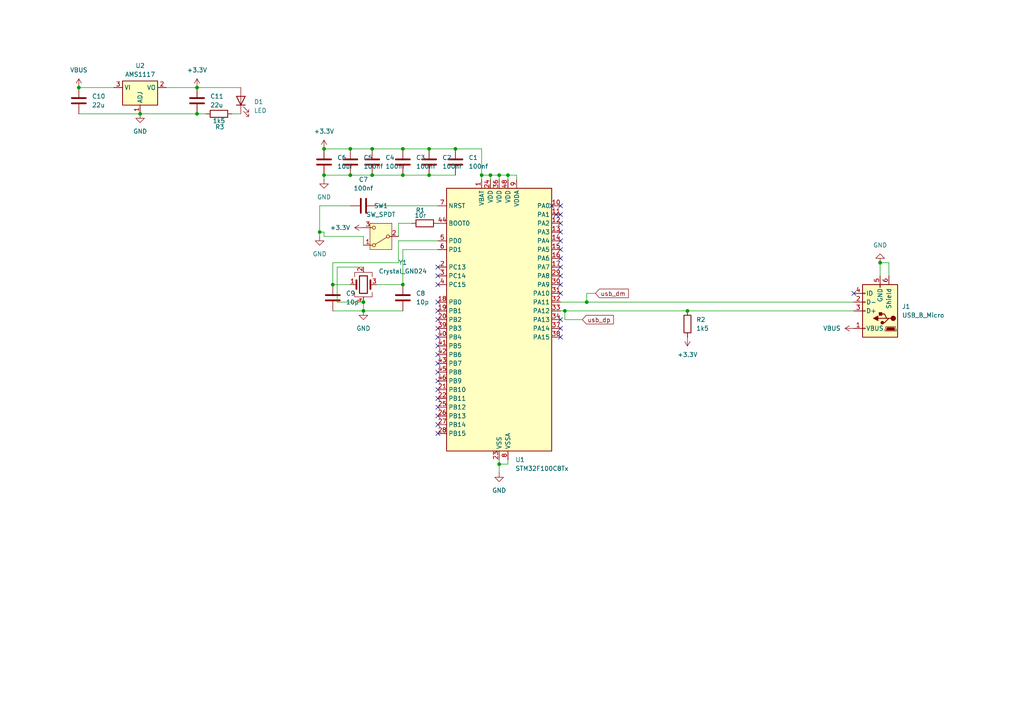
<source format=kicad_sch>
(kicad_sch
	(version 20250114)
	(generator "eeschema")
	(generator_version "9.0")
	(uuid "12994c8a-1871-4689-9c95-190aeb90bd11")
	(paper "A4")
	(lib_symbols
		(symbol "Connector:USB_B_Micro"
			(pin_names
				(offset 1.016)
			)
			(exclude_from_sim no)
			(in_bom yes)
			(on_board yes)
			(property "Reference" "J"
				(at -5.08 11.43 0)
				(effects
					(font
						(size 1.27 1.27)
					)
					(justify left)
				)
			)
			(property "Value" "USB_B_Micro"
				(at -5.08 8.89 0)
				(effects
					(font
						(size 1.27 1.27)
					)
					(justify left)
				)
			)
			(property "Footprint" ""
				(at 3.81 -1.27 0)
				(effects
					(font
						(size 1.27 1.27)
					)
					(hide yes)
				)
			)
			(property "Datasheet" "~"
				(at 3.81 -1.27 0)
				(effects
					(font
						(size 1.27 1.27)
					)
					(hide yes)
				)
			)
			(property "Description" "USB Micro Type B connector"
				(at 0 0 0)
				(effects
					(font
						(size 1.27 1.27)
					)
					(hide yes)
				)
			)
			(property "ki_keywords" "connector USB micro"
				(at 0 0 0)
				(effects
					(font
						(size 1.27 1.27)
					)
					(hide yes)
				)
			)
			(property "ki_fp_filters" "USB*"
				(at 0 0 0)
				(effects
					(font
						(size 1.27 1.27)
					)
					(hide yes)
				)
			)
			(symbol "USB_B_Micro_0_1"
				(rectangle
					(start -5.08 -7.62)
					(end 5.08 7.62)
					(stroke
						(width 0.254)
						(type default)
					)
					(fill
						(type background)
					)
				)
				(polyline
					(pts
						(xy -4.699 5.842) (xy -4.699 5.588) (xy -4.445 4.826) (xy -4.445 4.572) (xy -1.651 4.572) (xy -1.651 4.826)
						(xy -1.397 5.588) (xy -1.397 5.842) (xy -4.699 5.842)
					)
					(stroke
						(width 0)
						(type default)
					)
					(fill
						(type none)
					)
				)
				(polyline
					(pts
						(xy -4.318 5.588) (xy -1.778 5.588) (xy -2.032 4.826) (xy -4.064 4.826) (xy -4.318 5.588)
					)
					(stroke
						(width 0)
						(type default)
					)
					(fill
						(type outline)
					)
				)
				(circle
					(center -3.81 2.159)
					(radius 0.635)
					(stroke
						(width 0.254)
						(type default)
					)
					(fill
						(type outline)
					)
				)
				(polyline
					(pts
						(xy -3.175 2.159) (xy -2.54 2.159) (xy -1.27 3.429) (xy -0.635 3.429)
					)
					(stroke
						(width 0.254)
						(type default)
					)
					(fill
						(type none)
					)
				)
				(polyline
					(pts
						(xy -2.54 2.159) (xy -1.905 2.159) (xy -1.27 0.889) (xy 0 0.889)
					)
					(stroke
						(width 0.254)
						(type default)
					)
					(fill
						(type none)
					)
				)
				(polyline
					(pts
						(xy -1.905 2.159) (xy 0.635 2.159)
					)
					(stroke
						(width 0.254)
						(type default)
					)
					(fill
						(type none)
					)
				)
				(circle
					(center -0.635 3.429)
					(radius 0.381)
					(stroke
						(width 0.254)
						(type default)
					)
					(fill
						(type outline)
					)
				)
				(rectangle
					(start -0.127 -7.62)
					(end 0.127 -6.858)
					(stroke
						(width 0)
						(type default)
					)
					(fill
						(type none)
					)
				)
				(rectangle
					(start 0.254 1.27)
					(end -0.508 0.508)
					(stroke
						(width 0.254)
						(type default)
					)
					(fill
						(type outline)
					)
				)
				(polyline
					(pts
						(xy 0.635 2.794) (xy 0.635 1.524) (xy 1.905 2.159) (xy 0.635 2.794)
					)
					(stroke
						(width 0.254)
						(type default)
					)
					(fill
						(type outline)
					)
				)
				(rectangle
					(start 5.08 4.953)
					(end 4.318 5.207)
					(stroke
						(width 0)
						(type default)
					)
					(fill
						(type none)
					)
				)
				(rectangle
					(start 5.08 -0.127)
					(end 4.318 0.127)
					(stroke
						(width 0)
						(type default)
					)
					(fill
						(type none)
					)
				)
				(rectangle
					(start 5.08 -2.667)
					(end 4.318 -2.413)
					(stroke
						(width 0)
						(type default)
					)
					(fill
						(type none)
					)
				)
				(rectangle
					(start 5.08 -5.207)
					(end 4.318 -4.953)
					(stroke
						(width 0)
						(type default)
					)
					(fill
						(type none)
					)
				)
			)
			(symbol "USB_B_Micro_1_1"
				(pin passive line
					(at -2.54 -10.16 90)
					(length 2.54)
					(name "Shield"
						(effects
							(font
								(size 1.27 1.27)
							)
						)
					)
					(number "6"
						(effects
							(font
								(size 1.27 1.27)
							)
						)
					)
				)
				(pin power_out line
					(at 0 -10.16 90)
					(length 2.54)
					(name "GND"
						(effects
							(font
								(size 1.27 1.27)
							)
						)
					)
					(number "5"
						(effects
							(font
								(size 1.27 1.27)
							)
						)
					)
				)
				(pin power_out line
					(at 7.62 5.08 180)
					(length 2.54)
					(name "VBUS"
						(effects
							(font
								(size 1.27 1.27)
							)
						)
					)
					(number "1"
						(effects
							(font
								(size 1.27 1.27)
							)
						)
					)
				)
				(pin bidirectional line
					(at 7.62 0 180)
					(length 2.54)
					(name "D+"
						(effects
							(font
								(size 1.27 1.27)
							)
						)
					)
					(number "3"
						(effects
							(font
								(size 1.27 1.27)
							)
						)
					)
				)
				(pin bidirectional line
					(at 7.62 -2.54 180)
					(length 2.54)
					(name "D-"
						(effects
							(font
								(size 1.27 1.27)
							)
						)
					)
					(number "2"
						(effects
							(font
								(size 1.27 1.27)
							)
						)
					)
				)
				(pin passive line
					(at 7.62 -5.08 180)
					(length 2.54)
					(name "ID"
						(effects
							(font
								(size 1.27 1.27)
							)
						)
					)
					(number "4"
						(effects
							(font
								(size 1.27 1.27)
							)
						)
					)
				)
			)
			(embedded_fonts no)
		)
		(symbol "Device:C"
			(pin_numbers
				(hide yes)
			)
			(pin_names
				(offset 0.254)
			)
			(exclude_from_sim no)
			(in_bom yes)
			(on_board yes)
			(property "Reference" "C"
				(at 0.635 2.54 0)
				(effects
					(font
						(size 1.27 1.27)
					)
					(justify left)
				)
			)
			(property "Value" "C"
				(at 0.635 -2.54 0)
				(effects
					(font
						(size 1.27 1.27)
					)
					(justify left)
				)
			)
			(property "Footprint" ""
				(at 0.9652 -3.81 0)
				(effects
					(font
						(size 1.27 1.27)
					)
					(hide yes)
				)
			)
			(property "Datasheet" "~"
				(at 0 0 0)
				(effects
					(font
						(size 1.27 1.27)
					)
					(hide yes)
				)
			)
			(property "Description" "Unpolarized capacitor"
				(at 0 0 0)
				(effects
					(font
						(size 1.27 1.27)
					)
					(hide yes)
				)
			)
			(property "ki_keywords" "cap capacitor"
				(at 0 0 0)
				(effects
					(font
						(size 1.27 1.27)
					)
					(hide yes)
				)
			)
			(property "ki_fp_filters" "C_*"
				(at 0 0 0)
				(effects
					(font
						(size 1.27 1.27)
					)
					(hide yes)
				)
			)
			(symbol "C_0_1"
				(polyline
					(pts
						(xy -2.032 0.762) (xy 2.032 0.762)
					)
					(stroke
						(width 0.508)
						(type default)
					)
					(fill
						(type none)
					)
				)
				(polyline
					(pts
						(xy -2.032 -0.762) (xy 2.032 -0.762)
					)
					(stroke
						(width 0.508)
						(type default)
					)
					(fill
						(type none)
					)
				)
			)
			(symbol "C_1_1"
				(pin passive line
					(at 0 3.81 270)
					(length 2.794)
					(name "~"
						(effects
							(font
								(size 1.27 1.27)
							)
						)
					)
					(number "1"
						(effects
							(font
								(size 1.27 1.27)
							)
						)
					)
				)
				(pin passive line
					(at 0 -3.81 90)
					(length 2.794)
					(name "~"
						(effects
							(font
								(size 1.27 1.27)
							)
						)
					)
					(number "2"
						(effects
							(font
								(size 1.27 1.27)
							)
						)
					)
				)
			)
			(embedded_fonts no)
		)
		(symbol "Device:Crystal_GND24"
			(pin_names
				(offset 1.016)
				(hide yes)
			)
			(exclude_from_sim no)
			(in_bom yes)
			(on_board yes)
			(property "Reference" "Y"
				(at 3.175 5.08 0)
				(effects
					(font
						(size 1.27 1.27)
					)
					(justify left)
				)
			)
			(property "Value" "Crystal_GND24"
				(at 3.175 3.175 0)
				(effects
					(font
						(size 1.27 1.27)
					)
					(justify left)
				)
			)
			(property "Footprint" ""
				(at 0 0 0)
				(effects
					(font
						(size 1.27 1.27)
					)
					(hide yes)
				)
			)
			(property "Datasheet" "~"
				(at 0 0 0)
				(effects
					(font
						(size 1.27 1.27)
					)
					(hide yes)
				)
			)
			(property "Description" "Four pin crystal, GND on pins 2 and 4"
				(at 0 0 0)
				(effects
					(font
						(size 1.27 1.27)
					)
					(hide yes)
				)
			)
			(property "ki_keywords" "quartz ceramic resonator oscillator"
				(at 0 0 0)
				(effects
					(font
						(size 1.27 1.27)
					)
					(hide yes)
				)
			)
			(property "ki_fp_filters" "Crystal*"
				(at 0 0 0)
				(effects
					(font
						(size 1.27 1.27)
					)
					(hide yes)
				)
			)
			(symbol "Crystal_GND24_0_1"
				(polyline
					(pts
						(xy -2.54 2.286) (xy -2.54 3.556) (xy 2.54 3.556) (xy 2.54 2.286)
					)
					(stroke
						(width 0)
						(type default)
					)
					(fill
						(type none)
					)
				)
				(polyline
					(pts
						(xy -2.54 0) (xy -2.032 0)
					)
					(stroke
						(width 0)
						(type default)
					)
					(fill
						(type none)
					)
				)
				(polyline
					(pts
						(xy -2.54 -2.286) (xy -2.54 -3.556) (xy 2.54 -3.556) (xy 2.54 -2.286)
					)
					(stroke
						(width 0)
						(type default)
					)
					(fill
						(type none)
					)
				)
				(polyline
					(pts
						(xy -2.032 -1.27) (xy -2.032 1.27)
					)
					(stroke
						(width 0.508)
						(type default)
					)
					(fill
						(type none)
					)
				)
				(rectangle
					(start -1.143 2.54)
					(end 1.143 -2.54)
					(stroke
						(width 0.3048)
						(type default)
					)
					(fill
						(type none)
					)
				)
				(polyline
					(pts
						(xy 0 3.556) (xy 0 3.81)
					)
					(stroke
						(width 0)
						(type default)
					)
					(fill
						(type none)
					)
				)
				(polyline
					(pts
						(xy 0 -3.81) (xy 0 -3.556)
					)
					(stroke
						(width 0)
						(type default)
					)
					(fill
						(type none)
					)
				)
				(polyline
					(pts
						(xy 2.032 0) (xy 2.54 0)
					)
					(stroke
						(width 0)
						(type default)
					)
					(fill
						(type none)
					)
				)
				(polyline
					(pts
						(xy 2.032 -1.27) (xy 2.032 1.27)
					)
					(stroke
						(width 0.508)
						(type default)
					)
					(fill
						(type none)
					)
				)
			)
			(symbol "Crystal_GND24_1_1"
				(pin passive line
					(at -3.81 0 0)
					(length 1.27)
					(name "1"
						(effects
							(font
								(size 1.27 1.27)
							)
						)
					)
					(number "1"
						(effects
							(font
								(size 1.27 1.27)
							)
						)
					)
				)
				(pin passive line
					(at 0 5.08 270)
					(length 1.27)
					(name "2"
						(effects
							(font
								(size 1.27 1.27)
							)
						)
					)
					(number "2"
						(effects
							(font
								(size 1.27 1.27)
							)
						)
					)
				)
				(pin passive line
					(at 0 -5.08 90)
					(length 1.27)
					(name "4"
						(effects
							(font
								(size 1.27 1.27)
							)
						)
					)
					(number "4"
						(effects
							(font
								(size 1.27 1.27)
							)
						)
					)
				)
				(pin passive line
					(at 3.81 0 180)
					(length 1.27)
					(name "3"
						(effects
							(font
								(size 1.27 1.27)
							)
						)
					)
					(number "3"
						(effects
							(font
								(size 1.27 1.27)
							)
						)
					)
				)
			)
			(embedded_fonts no)
		)
		(symbol "Device:LED"
			(pin_numbers
				(hide yes)
			)
			(pin_names
				(offset 1.016)
				(hide yes)
			)
			(exclude_from_sim no)
			(in_bom yes)
			(on_board yes)
			(property "Reference" "D"
				(at 0 2.54 0)
				(effects
					(font
						(size 1.27 1.27)
					)
				)
			)
			(property "Value" "LED"
				(at 0 -2.54 0)
				(effects
					(font
						(size 1.27 1.27)
					)
				)
			)
			(property "Footprint" ""
				(at 0 0 0)
				(effects
					(font
						(size 1.27 1.27)
					)
					(hide yes)
				)
			)
			(property "Datasheet" "~"
				(at 0 0 0)
				(effects
					(font
						(size 1.27 1.27)
					)
					(hide yes)
				)
			)
			(property "Description" "Light emitting diode"
				(at 0 0 0)
				(effects
					(font
						(size 1.27 1.27)
					)
					(hide yes)
				)
			)
			(property "Sim.Pins" "1=K 2=A"
				(at 0 0 0)
				(effects
					(font
						(size 1.27 1.27)
					)
					(hide yes)
				)
			)
			(property "ki_keywords" "LED diode"
				(at 0 0 0)
				(effects
					(font
						(size 1.27 1.27)
					)
					(hide yes)
				)
			)
			(property "ki_fp_filters" "LED* LED_SMD:* LED_THT:*"
				(at 0 0 0)
				(effects
					(font
						(size 1.27 1.27)
					)
					(hide yes)
				)
			)
			(symbol "LED_0_1"
				(polyline
					(pts
						(xy -3.048 -0.762) (xy -4.572 -2.286) (xy -3.81 -2.286) (xy -4.572 -2.286) (xy -4.572 -1.524)
					)
					(stroke
						(width 0)
						(type default)
					)
					(fill
						(type none)
					)
				)
				(polyline
					(pts
						(xy -1.778 -0.762) (xy -3.302 -2.286) (xy -2.54 -2.286) (xy -3.302 -2.286) (xy -3.302 -1.524)
					)
					(stroke
						(width 0)
						(type default)
					)
					(fill
						(type none)
					)
				)
				(polyline
					(pts
						(xy -1.27 0) (xy 1.27 0)
					)
					(stroke
						(width 0)
						(type default)
					)
					(fill
						(type none)
					)
				)
				(polyline
					(pts
						(xy -1.27 -1.27) (xy -1.27 1.27)
					)
					(stroke
						(width 0.254)
						(type default)
					)
					(fill
						(type none)
					)
				)
				(polyline
					(pts
						(xy 1.27 -1.27) (xy 1.27 1.27) (xy -1.27 0) (xy 1.27 -1.27)
					)
					(stroke
						(width 0.254)
						(type default)
					)
					(fill
						(type none)
					)
				)
			)
			(symbol "LED_1_1"
				(pin passive line
					(at -3.81 0 0)
					(length 2.54)
					(name "K"
						(effects
							(font
								(size 1.27 1.27)
							)
						)
					)
					(number "1"
						(effects
							(font
								(size 1.27 1.27)
							)
						)
					)
				)
				(pin passive line
					(at 3.81 0 180)
					(length 2.54)
					(name "A"
						(effects
							(font
								(size 1.27 1.27)
							)
						)
					)
					(number "2"
						(effects
							(font
								(size 1.27 1.27)
							)
						)
					)
				)
			)
			(embedded_fonts no)
		)
		(symbol "Device:R"
			(pin_numbers
				(hide yes)
			)
			(pin_names
				(offset 0)
			)
			(exclude_from_sim no)
			(in_bom yes)
			(on_board yes)
			(property "Reference" "R"
				(at 2.032 0 90)
				(effects
					(font
						(size 1.27 1.27)
					)
				)
			)
			(property "Value" "R"
				(at 0 0 90)
				(effects
					(font
						(size 1.27 1.27)
					)
				)
			)
			(property "Footprint" ""
				(at -1.778 0 90)
				(effects
					(font
						(size 1.27 1.27)
					)
					(hide yes)
				)
			)
			(property "Datasheet" "~"
				(at 0 0 0)
				(effects
					(font
						(size 1.27 1.27)
					)
					(hide yes)
				)
			)
			(property "Description" "Resistor"
				(at 0 0 0)
				(effects
					(font
						(size 1.27 1.27)
					)
					(hide yes)
				)
			)
			(property "ki_keywords" "R res resistor"
				(at 0 0 0)
				(effects
					(font
						(size 1.27 1.27)
					)
					(hide yes)
				)
			)
			(property "ki_fp_filters" "R_*"
				(at 0 0 0)
				(effects
					(font
						(size 1.27 1.27)
					)
					(hide yes)
				)
			)
			(symbol "R_0_1"
				(rectangle
					(start -1.016 -2.54)
					(end 1.016 2.54)
					(stroke
						(width 0.254)
						(type default)
					)
					(fill
						(type none)
					)
				)
			)
			(symbol "R_1_1"
				(pin passive line
					(at 0 3.81 270)
					(length 1.27)
					(name "~"
						(effects
							(font
								(size 1.27 1.27)
							)
						)
					)
					(number "1"
						(effects
							(font
								(size 1.27 1.27)
							)
						)
					)
				)
				(pin passive line
					(at 0 -3.81 90)
					(length 1.27)
					(name "~"
						(effects
							(font
								(size 1.27 1.27)
							)
						)
					)
					(number "2"
						(effects
							(font
								(size 1.27 1.27)
							)
						)
					)
				)
			)
			(embedded_fonts no)
		)
		(symbol "MCU_ST_STM32F1:STM32F100C8Tx"
			(exclude_from_sim no)
			(in_bom yes)
			(on_board yes)
			(property "Reference" "U"
				(at -15.24 39.37 0)
				(effects
					(font
						(size 1.27 1.27)
					)
					(justify left)
				)
			)
			(property "Value" "STM32F100C8Tx"
				(at 7.62 39.37 0)
				(effects
					(font
						(size 1.27 1.27)
					)
					(justify left)
				)
			)
			(property "Footprint" "Package_QFP:LQFP-48_7x7mm_P0.5mm"
				(at -15.24 -38.1 0)
				(effects
					(font
						(size 1.27 1.27)
					)
					(justify right)
					(hide yes)
				)
			)
			(property "Datasheet" "https://www.st.com/resource/en/datasheet/stm32f100c8.pdf"
				(at 0 0 0)
				(effects
					(font
						(size 1.27 1.27)
					)
					(hide yes)
				)
			)
			(property "Description" "STMicroelectronics Arm Cortex-M3 MCU, 64KB flash, 8KB RAM, 24 MHz, 2.0-3.6V, 37 GPIO, LQFP48"
				(at 0 0 0)
				(effects
					(font
						(size 1.27 1.27)
					)
					(hide yes)
				)
			)
			(property "ki_keywords" "Arm Cortex-M3 STM32F1 STM32F100 Value Line"
				(at 0 0 0)
				(effects
					(font
						(size 1.27 1.27)
					)
					(hide yes)
				)
			)
			(property "ki_fp_filters" "LQFP*7x7mm*P0.5mm*"
				(at 0 0 0)
				(effects
					(font
						(size 1.27 1.27)
					)
					(hide yes)
				)
			)
			(symbol "STM32F100C8Tx_0_1"
				(rectangle
					(start -15.24 -38.1)
					(end 15.24 38.1)
					(stroke
						(width 0.254)
						(type default)
					)
					(fill
						(type background)
					)
				)
			)
			(symbol "STM32F100C8Tx_1_1"
				(pin input line
					(at -17.78 33.02 0)
					(length 2.54)
					(name "NRST"
						(effects
							(font
								(size 1.27 1.27)
							)
						)
					)
					(number "7"
						(effects
							(font
								(size 1.27 1.27)
							)
						)
					)
				)
				(pin input line
					(at -17.78 27.94 0)
					(length 2.54)
					(name "BOOT0"
						(effects
							(font
								(size 1.27 1.27)
							)
						)
					)
					(number "44"
						(effects
							(font
								(size 1.27 1.27)
							)
						)
					)
				)
				(pin bidirectional line
					(at -17.78 22.86 0)
					(length 2.54)
					(name "PD0"
						(effects
							(font
								(size 1.27 1.27)
							)
						)
					)
					(number "5"
						(effects
							(font
								(size 1.27 1.27)
							)
						)
					)
					(alternate "RCC_OSC_IN" bidirectional line)
				)
				(pin bidirectional line
					(at -17.78 20.32 0)
					(length 2.54)
					(name "PD1"
						(effects
							(font
								(size 1.27 1.27)
							)
						)
					)
					(number "6"
						(effects
							(font
								(size 1.27 1.27)
							)
						)
					)
					(alternate "RCC_OSC_OUT" bidirectional line)
				)
				(pin bidirectional line
					(at -17.78 15.24 0)
					(length 2.54)
					(name "PC13"
						(effects
							(font
								(size 1.27 1.27)
							)
						)
					)
					(number "2"
						(effects
							(font
								(size 1.27 1.27)
							)
						)
					)
					(alternate "RTC_OUT" bidirectional line)
					(alternate "RTC_TAMPER" bidirectional line)
				)
				(pin bidirectional line
					(at -17.78 12.7 0)
					(length 2.54)
					(name "PC14"
						(effects
							(font
								(size 1.27 1.27)
							)
						)
					)
					(number "3"
						(effects
							(font
								(size 1.27 1.27)
							)
						)
					)
					(alternate "RCC_OSC32_IN" bidirectional line)
				)
				(pin bidirectional line
					(at -17.78 10.16 0)
					(length 2.54)
					(name "PC15"
						(effects
							(font
								(size 1.27 1.27)
							)
						)
					)
					(number "4"
						(effects
							(font
								(size 1.27 1.27)
							)
						)
					)
					(alternate "ADC1_EXTI15" bidirectional line)
					(alternate "RCC_OSC32_OUT" bidirectional line)
				)
				(pin bidirectional line
					(at -17.78 5.08 0)
					(length 2.54)
					(name "PB0"
						(effects
							(font
								(size 1.27 1.27)
							)
						)
					)
					(number "18"
						(effects
							(font
								(size 1.27 1.27)
							)
						)
					)
					(alternate "ADC1_IN8" bidirectional line)
					(alternate "TIM1_CH2N" bidirectional line)
					(alternate "TIM3_CH3" bidirectional line)
				)
				(pin bidirectional line
					(at -17.78 2.54 0)
					(length 2.54)
					(name "PB1"
						(effects
							(font
								(size 1.27 1.27)
							)
						)
					)
					(number "19"
						(effects
							(font
								(size 1.27 1.27)
							)
						)
					)
					(alternate "ADC1_IN9" bidirectional line)
					(alternate "TIM1_CH3N" bidirectional line)
					(alternate "TIM3_CH4" bidirectional line)
				)
				(pin bidirectional line
					(at -17.78 0 0)
					(length 2.54)
					(name "PB2"
						(effects
							(font
								(size 1.27 1.27)
							)
						)
					)
					(number "20"
						(effects
							(font
								(size 1.27 1.27)
							)
						)
					)
				)
				(pin bidirectional line
					(at -17.78 -2.54 0)
					(length 2.54)
					(name "PB3"
						(effects
							(font
								(size 1.27 1.27)
							)
						)
					)
					(number "39"
						(effects
							(font
								(size 1.27 1.27)
							)
						)
					)
					(alternate "SPI1_SCK" bidirectional line)
					(alternate "SYS_JTDO-TRACESWO" bidirectional line)
					(alternate "TIM2_CH2" bidirectional line)
				)
				(pin bidirectional line
					(at -17.78 -5.08 0)
					(length 2.54)
					(name "PB4"
						(effects
							(font
								(size 1.27 1.27)
							)
						)
					)
					(number "40"
						(effects
							(font
								(size 1.27 1.27)
							)
						)
					)
					(alternate "SPI1_MISO" bidirectional line)
					(alternate "SYS_NJTRST" bidirectional line)
					(alternate "TIM3_CH1" bidirectional line)
				)
				(pin bidirectional line
					(at -17.78 -7.62 0)
					(length 2.54)
					(name "PB5"
						(effects
							(font
								(size 1.27 1.27)
							)
						)
					)
					(number "41"
						(effects
							(font
								(size 1.27 1.27)
							)
						)
					)
					(alternate "I2C1_SMBA" bidirectional line)
					(alternate "SPI1_MOSI" bidirectional line)
					(alternate "TIM16_BKIN" bidirectional line)
					(alternate "TIM3_CH2" bidirectional line)
				)
				(pin bidirectional line
					(at -17.78 -10.16 0)
					(length 2.54)
					(name "PB6"
						(effects
							(font
								(size 1.27 1.27)
							)
						)
					)
					(number "42"
						(effects
							(font
								(size 1.27 1.27)
							)
						)
					)
					(alternate "I2C1_SCL" bidirectional line)
					(alternate "TIM16_CH1N" bidirectional line)
					(alternate "TIM4_CH1" bidirectional line)
					(alternate "USART1_TX" bidirectional line)
				)
				(pin bidirectional line
					(at -17.78 -12.7 0)
					(length 2.54)
					(name "PB7"
						(effects
							(font
								(size 1.27 1.27)
							)
						)
					)
					(number "43"
						(effects
							(font
								(size 1.27 1.27)
							)
						)
					)
					(alternate "I2C1_SDA" bidirectional line)
					(alternate "TIM17_CH1N" bidirectional line)
					(alternate "TIM4_CH2" bidirectional line)
					(alternate "USART1_RX" bidirectional line)
				)
				(pin bidirectional line
					(at -17.78 -15.24 0)
					(length 2.54)
					(name "PB8"
						(effects
							(font
								(size 1.27 1.27)
							)
						)
					)
					(number "45"
						(effects
							(font
								(size 1.27 1.27)
							)
						)
					)
					(alternate "CEC" bidirectional line)
					(alternate "I2C1_SCL" bidirectional line)
					(alternate "TIM16_CH1" bidirectional line)
					(alternate "TIM4_CH3" bidirectional line)
				)
				(pin bidirectional line
					(at -17.78 -17.78 0)
					(length 2.54)
					(name "PB9"
						(effects
							(font
								(size 1.27 1.27)
							)
						)
					)
					(number "46"
						(effects
							(font
								(size 1.27 1.27)
							)
						)
					)
					(alternate "DAC_EXTI9" bidirectional line)
					(alternate "I2C1_SDA" bidirectional line)
					(alternate "TIM17_CH1" bidirectional line)
					(alternate "TIM4_CH4" bidirectional line)
				)
				(pin bidirectional line
					(at -17.78 -20.32 0)
					(length 2.54)
					(name "PB10"
						(effects
							(font
								(size 1.27 1.27)
							)
						)
					)
					(number "21"
						(effects
							(font
								(size 1.27 1.27)
							)
						)
					)
					(alternate "CEC" bidirectional line)
					(alternate "I2C2_SCL" bidirectional line)
					(alternate "TIM2_CH3" bidirectional line)
					(alternate "USART3_TX" bidirectional line)
				)
				(pin bidirectional line
					(at -17.78 -22.86 0)
					(length 2.54)
					(name "PB11"
						(effects
							(font
								(size 1.27 1.27)
							)
						)
					)
					(number "22"
						(effects
							(font
								(size 1.27 1.27)
							)
						)
					)
					(alternate "ADC1_EXTI11" bidirectional line)
					(alternate "I2C2_SDA" bidirectional line)
					(alternate "TIM2_CH4" bidirectional line)
					(alternate "USART3_RX" bidirectional line)
				)
				(pin bidirectional line
					(at -17.78 -25.4 0)
					(length 2.54)
					(name "PB12"
						(effects
							(font
								(size 1.27 1.27)
							)
						)
					)
					(number "25"
						(effects
							(font
								(size 1.27 1.27)
							)
						)
					)
					(alternate "I2C2_SMBA" bidirectional line)
					(alternate "SPI2_NSS" bidirectional line)
					(alternate "TIM1_BKIN" bidirectional line)
					(alternate "USART3_CK" bidirectional line)
				)
				(pin bidirectional line
					(at -17.78 -27.94 0)
					(length 2.54)
					(name "PB13"
						(effects
							(font
								(size 1.27 1.27)
							)
						)
					)
					(number "26"
						(effects
							(font
								(size 1.27 1.27)
							)
						)
					)
					(alternate "SPI2_SCK" bidirectional line)
					(alternate "TIM1_CH1N" bidirectional line)
					(alternate "USART3_CTS" bidirectional line)
				)
				(pin bidirectional line
					(at -17.78 -30.48 0)
					(length 2.54)
					(name "PB14"
						(effects
							(font
								(size 1.27 1.27)
							)
						)
					)
					(number "27"
						(effects
							(font
								(size 1.27 1.27)
							)
						)
					)
					(alternate "SPI2_MISO" bidirectional line)
					(alternate "TIM15_CH1" bidirectional line)
					(alternate "TIM1_CH2N" bidirectional line)
					(alternate "USART3_RTS" bidirectional line)
				)
				(pin bidirectional line
					(at -17.78 -33.02 0)
					(length 2.54)
					(name "PB15"
						(effects
							(font
								(size 1.27 1.27)
							)
						)
					)
					(number "28"
						(effects
							(font
								(size 1.27 1.27)
							)
						)
					)
					(alternate "ADC1_EXTI15" bidirectional line)
					(alternate "SPI2_MOSI" bidirectional line)
					(alternate "TIM15_CH1N" bidirectional line)
					(alternate "TIM15_CH2" bidirectional line)
					(alternate "TIM1_CH3N" bidirectional line)
				)
				(pin power_in line
					(at -5.08 40.64 270)
					(length 2.54)
					(name "VBAT"
						(effects
							(font
								(size 1.27 1.27)
							)
						)
					)
					(number "1"
						(effects
							(font
								(size 1.27 1.27)
							)
						)
					)
				)
				(pin power_in line
					(at -2.54 40.64 270)
					(length 2.54)
					(name "VDD"
						(effects
							(font
								(size 1.27 1.27)
							)
						)
					)
					(number "24"
						(effects
							(font
								(size 1.27 1.27)
							)
						)
					)
				)
				(pin power_in line
					(at 0 40.64 270)
					(length 2.54)
					(name "VDD"
						(effects
							(font
								(size 1.27 1.27)
							)
						)
					)
					(number "36"
						(effects
							(font
								(size 1.27 1.27)
							)
						)
					)
				)
				(pin power_in line
					(at 0 -40.64 90)
					(length 2.54)
					(name "VSS"
						(effects
							(font
								(size 1.27 1.27)
							)
						)
					)
					(number "23"
						(effects
							(font
								(size 1.27 1.27)
							)
						)
					)
				)
				(pin passive line
					(at 0 -40.64 90)
					(length 2.54)
					(hide yes)
					(name "VSS"
						(effects
							(font
								(size 1.27 1.27)
							)
						)
					)
					(number "35"
						(effects
							(font
								(size 1.27 1.27)
							)
						)
					)
				)
				(pin passive line
					(at 0 -40.64 90)
					(length 2.54)
					(hide yes)
					(name "VSS"
						(effects
							(font
								(size 1.27 1.27)
							)
						)
					)
					(number "47"
						(effects
							(font
								(size 1.27 1.27)
							)
						)
					)
				)
				(pin power_in line
					(at 2.54 40.64 270)
					(length 2.54)
					(name "VDD"
						(effects
							(font
								(size 1.27 1.27)
							)
						)
					)
					(number "48"
						(effects
							(font
								(size 1.27 1.27)
							)
						)
					)
				)
				(pin power_in line
					(at 2.54 -40.64 90)
					(length 2.54)
					(name "VSSA"
						(effects
							(font
								(size 1.27 1.27)
							)
						)
					)
					(number "8"
						(effects
							(font
								(size 1.27 1.27)
							)
						)
					)
				)
				(pin power_in line
					(at 5.08 40.64 270)
					(length 2.54)
					(name "VDDA"
						(effects
							(font
								(size 1.27 1.27)
							)
						)
					)
					(number "9"
						(effects
							(font
								(size 1.27 1.27)
							)
						)
					)
				)
				(pin bidirectional line
					(at 17.78 33.02 180)
					(length 2.54)
					(name "PA0"
						(effects
							(font
								(size 1.27 1.27)
							)
						)
					)
					(number "10"
						(effects
							(font
								(size 1.27 1.27)
							)
						)
					)
					(alternate "ADC1_IN0" bidirectional line)
					(alternate "SYS_WKUP" bidirectional line)
					(alternate "TIM2_CH1" bidirectional line)
					(alternate "TIM2_ETR" bidirectional line)
					(alternate "USART2_CTS" bidirectional line)
				)
				(pin bidirectional line
					(at 17.78 30.48 180)
					(length 2.54)
					(name "PA1"
						(effects
							(font
								(size 1.27 1.27)
							)
						)
					)
					(number "11"
						(effects
							(font
								(size 1.27 1.27)
							)
						)
					)
					(alternate "ADC1_IN1" bidirectional line)
					(alternate "TIM2_CH2" bidirectional line)
					(alternate "USART2_RTS" bidirectional line)
				)
				(pin bidirectional line
					(at 17.78 27.94 180)
					(length 2.54)
					(name "PA2"
						(effects
							(font
								(size 1.27 1.27)
							)
						)
					)
					(number "12"
						(effects
							(font
								(size 1.27 1.27)
							)
						)
					)
					(alternate "ADC1_IN2" bidirectional line)
					(alternate "TIM15_CH1" bidirectional line)
					(alternate "TIM2_CH3" bidirectional line)
					(alternate "USART2_TX" bidirectional line)
				)
				(pin bidirectional line
					(at 17.78 25.4 180)
					(length 2.54)
					(name "PA3"
						(effects
							(font
								(size 1.27 1.27)
							)
						)
					)
					(number "13"
						(effects
							(font
								(size 1.27 1.27)
							)
						)
					)
					(alternate "ADC1_IN3" bidirectional line)
					(alternate "TIM15_CH2" bidirectional line)
					(alternate "TIM2_CH4" bidirectional line)
					(alternate "USART2_RX" bidirectional line)
				)
				(pin bidirectional line
					(at 17.78 22.86 180)
					(length 2.54)
					(name "PA4"
						(effects
							(font
								(size 1.27 1.27)
							)
						)
					)
					(number "14"
						(effects
							(font
								(size 1.27 1.27)
							)
						)
					)
					(alternate "ADC1_IN4" bidirectional line)
					(alternate "DAC_OUT1" bidirectional line)
					(alternate "SPI1_NSS" bidirectional line)
					(alternate "USART2_CK" bidirectional line)
				)
				(pin bidirectional line
					(at 17.78 20.32 180)
					(length 2.54)
					(name "PA5"
						(effects
							(font
								(size 1.27 1.27)
							)
						)
					)
					(number "15"
						(effects
							(font
								(size 1.27 1.27)
							)
						)
					)
					(alternate "ADC1_IN5" bidirectional line)
					(alternate "DAC_OUT2" bidirectional line)
					(alternate "SPI1_SCK" bidirectional line)
				)
				(pin bidirectional line
					(at 17.78 17.78 180)
					(length 2.54)
					(name "PA6"
						(effects
							(font
								(size 1.27 1.27)
							)
						)
					)
					(number "16"
						(effects
							(font
								(size 1.27 1.27)
							)
						)
					)
					(alternate "ADC1_IN6" bidirectional line)
					(alternate "SPI1_MISO" bidirectional line)
					(alternate "TIM16_CH1" bidirectional line)
					(alternate "TIM1_BKIN" bidirectional line)
					(alternate "TIM3_CH1" bidirectional line)
				)
				(pin bidirectional line
					(at 17.78 15.24 180)
					(length 2.54)
					(name "PA7"
						(effects
							(font
								(size 1.27 1.27)
							)
						)
					)
					(number "17"
						(effects
							(font
								(size 1.27 1.27)
							)
						)
					)
					(alternate "ADC1_IN7" bidirectional line)
					(alternate "SPI1_MOSI" bidirectional line)
					(alternate "TIM17_CH1" bidirectional line)
					(alternate "TIM1_CH1N" bidirectional line)
					(alternate "TIM3_CH2" bidirectional line)
				)
				(pin bidirectional line
					(at 17.78 12.7 180)
					(length 2.54)
					(name "PA8"
						(effects
							(font
								(size 1.27 1.27)
							)
						)
					)
					(number "29"
						(effects
							(font
								(size 1.27 1.27)
							)
						)
					)
					(alternate "RCC_MCO" bidirectional line)
					(alternate "TIM1_CH1" bidirectional line)
					(alternate "USART1_CK" bidirectional line)
				)
				(pin bidirectional line
					(at 17.78 10.16 180)
					(length 2.54)
					(name "PA9"
						(effects
							(font
								(size 1.27 1.27)
							)
						)
					)
					(number "30"
						(effects
							(font
								(size 1.27 1.27)
							)
						)
					)
					(alternate "DAC_EXTI9" bidirectional line)
					(alternate "TIM15_BKIN" bidirectional line)
					(alternate "TIM1_CH2" bidirectional line)
					(alternate "USART1_TX" bidirectional line)
				)
				(pin bidirectional line
					(at 17.78 7.62 180)
					(length 2.54)
					(name "PA10"
						(effects
							(font
								(size 1.27 1.27)
							)
						)
					)
					(number "31"
						(effects
							(font
								(size 1.27 1.27)
							)
						)
					)
					(alternate "TIM17_BKIN" bidirectional line)
					(alternate "TIM1_CH3" bidirectional line)
					(alternate "USART1_RX" bidirectional line)
				)
				(pin bidirectional line
					(at 17.78 5.08 180)
					(length 2.54)
					(name "PA11"
						(effects
							(font
								(size 1.27 1.27)
							)
						)
					)
					(number "32"
						(effects
							(font
								(size 1.27 1.27)
							)
						)
					)
					(alternate "ADC1_EXTI11" bidirectional line)
					(alternate "TIM1_CH4" bidirectional line)
					(alternate "USART1_CTS" bidirectional line)
				)
				(pin bidirectional line
					(at 17.78 2.54 180)
					(length 2.54)
					(name "PA12"
						(effects
							(font
								(size 1.27 1.27)
							)
						)
					)
					(number "33"
						(effects
							(font
								(size 1.27 1.27)
							)
						)
					)
					(alternate "TIM1_ETR" bidirectional line)
					(alternate "USART1_RTS" bidirectional line)
				)
				(pin bidirectional line
					(at 17.78 0 180)
					(length 2.54)
					(name "PA13"
						(effects
							(font
								(size 1.27 1.27)
							)
						)
					)
					(number "34"
						(effects
							(font
								(size 1.27 1.27)
							)
						)
					)
					(alternate "SYS_JTMS-SWDIO" bidirectional line)
				)
				(pin bidirectional line
					(at 17.78 -2.54 180)
					(length 2.54)
					(name "PA14"
						(effects
							(font
								(size 1.27 1.27)
							)
						)
					)
					(number "37"
						(effects
							(font
								(size 1.27 1.27)
							)
						)
					)
					(alternate "SYS_JTCK-SWCLK" bidirectional line)
				)
				(pin bidirectional line
					(at 17.78 -5.08 180)
					(length 2.54)
					(name "PA15"
						(effects
							(font
								(size 1.27 1.27)
							)
						)
					)
					(number "38"
						(effects
							(font
								(size 1.27 1.27)
							)
						)
					)
					(alternate "ADC1_EXTI15" bidirectional line)
					(alternate "SPI1_NSS" bidirectional line)
					(alternate "SYS_JTDI" bidirectional line)
					(alternate "TIM2_CH1" bidirectional line)
					(alternate "TIM2_ETR" bidirectional line)
				)
			)
			(embedded_fonts no)
		)
		(symbol "Regulator_Linear:AMS1117"
			(exclude_from_sim no)
			(in_bom yes)
			(on_board yes)
			(property "Reference" "U"
				(at -3.81 3.175 0)
				(effects
					(font
						(size 1.27 1.27)
					)
				)
			)
			(property "Value" "AMS1117"
				(at 0 3.175 0)
				(effects
					(font
						(size 1.27 1.27)
					)
					(justify left)
				)
			)
			(property "Footprint" "Package_TO_SOT_SMD:SOT-223-3_TabPin2"
				(at 0 5.08 0)
				(effects
					(font
						(size 1.27 1.27)
					)
					(hide yes)
				)
			)
			(property "Datasheet" "http://www.advanced-monolithic.com/pdf/ds1117.pdf"
				(at 2.54 -6.35 0)
				(effects
					(font
						(size 1.27 1.27)
					)
					(hide yes)
				)
			)
			(property "Description" "1A Low Dropout regulator, positive, adjustable output, SOT-223"
				(at 0 0 0)
				(effects
					(font
						(size 1.27 1.27)
					)
					(hide yes)
				)
			)
			(property "ki_keywords" "linear regulator ldo adjustable positive"
				(at 0 0 0)
				(effects
					(font
						(size 1.27 1.27)
					)
					(hide yes)
				)
			)
			(property "ki_fp_filters" "SOT?223*TabPin2*"
				(at 0 0 0)
				(effects
					(font
						(size 1.27 1.27)
					)
					(hide yes)
				)
			)
			(symbol "AMS1117_0_1"
				(rectangle
					(start -5.08 -5.08)
					(end 5.08 1.905)
					(stroke
						(width 0.254)
						(type default)
					)
					(fill
						(type background)
					)
				)
			)
			(symbol "AMS1117_1_1"
				(pin power_in line
					(at -7.62 0 0)
					(length 2.54)
					(name "VI"
						(effects
							(font
								(size 1.27 1.27)
							)
						)
					)
					(number "3"
						(effects
							(font
								(size 1.27 1.27)
							)
						)
					)
				)
				(pin input line
					(at 0 -7.62 90)
					(length 2.54)
					(name "ADJ"
						(effects
							(font
								(size 1.27 1.27)
							)
						)
					)
					(number "1"
						(effects
							(font
								(size 1.27 1.27)
							)
						)
					)
				)
				(pin power_out line
					(at 7.62 0 180)
					(length 2.54)
					(name "VO"
						(effects
							(font
								(size 1.27 1.27)
							)
						)
					)
					(number "2"
						(effects
							(font
								(size 1.27 1.27)
							)
						)
					)
				)
			)
			(embedded_fonts no)
		)
		(symbol "Switch:SW_SPDT"
			(pin_names
				(offset 0)
				(hide yes)
			)
			(exclude_from_sim no)
			(in_bom yes)
			(on_board yes)
			(property "Reference" "SW"
				(at 0 5.08 0)
				(effects
					(font
						(size 1.27 1.27)
					)
				)
			)
			(property "Value" "SW_SPDT"
				(at 0 -5.08 0)
				(effects
					(font
						(size 1.27 1.27)
					)
				)
			)
			(property "Footprint" ""
				(at 0 0 0)
				(effects
					(font
						(size 1.27 1.27)
					)
					(hide yes)
				)
			)
			(property "Datasheet" "~"
				(at 0 -7.62 0)
				(effects
					(font
						(size 1.27 1.27)
					)
					(hide yes)
				)
			)
			(property "Description" "Switch, single pole double throw"
				(at 0 0 0)
				(effects
					(font
						(size 1.27 1.27)
					)
					(hide yes)
				)
			)
			(property "ki_keywords" "switch single-pole double-throw spdt ON-ON"
				(at 0 0 0)
				(effects
					(font
						(size 1.27 1.27)
					)
					(hide yes)
				)
			)
			(symbol "SW_SPDT_0_1"
				(circle
					(center -2.032 0)
					(radius 0.4572)
					(stroke
						(width 0)
						(type default)
					)
					(fill
						(type none)
					)
				)
				(polyline
					(pts
						(xy -1.651 0.254) (xy 1.651 2.286)
					)
					(stroke
						(width 0)
						(type default)
					)
					(fill
						(type none)
					)
				)
				(circle
					(center 2.032 2.54)
					(radius 0.4572)
					(stroke
						(width 0)
						(type default)
					)
					(fill
						(type none)
					)
				)
				(circle
					(center 2.032 -2.54)
					(radius 0.4572)
					(stroke
						(width 0)
						(type default)
					)
					(fill
						(type none)
					)
				)
			)
			(symbol "SW_SPDT_1_1"
				(rectangle
					(start -3.175 3.81)
					(end 3.175 -3.81)
					(stroke
						(width 0)
						(type default)
					)
					(fill
						(type background)
					)
				)
				(pin passive line
					(at -5.08 0 0)
					(length 2.54)
					(name "B"
						(effects
							(font
								(size 1.27 1.27)
							)
						)
					)
					(number "2"
						(effects
							(font
								(size 1.27 1.27)
							)
						)
					)
				)
				(pin passive line
					(at 5.08 2.54 180)
					(length 2.54)
					(name "A"
						(effects
							(font
								(size 1.27 1.27)
							)
						)
					)
					(number "1"
						(effects
							(font
								(size 1.27 1.27)
							)
						)
					)
				)
				(pin passive line
					(at 5.08 -2.54 180)
					(length 2.54)
					(name "C"
						(effects
							(font
								(size 1.27 1.27)
							)
						)
					)
					(number "3"
						(effects
							(font
								(size 1.27 1.27)
							)
						)
					)
				)
			)
			(embedded_fonts no)
		)
		(symbol "power:+3.3V"
			(power)
			(pin_numbers
				(hide yes)
			)
			(pin_names
				(offset 0)
				(hide yes)
			)
			(exclude_from_sim no)
			(in_bom yes)
			(on_board yes)
			(property "Reference" "#PWR"
				(at 0 -3.81 0)
				(effects
					(font
						(size 1.27 1.27)
					)
					(hide yes)
				)
			)
			(property "Value" "+3.3V"
				(at 0 3.556 0)
				(effects
					(font
						(size 1.27 1.27)
					)
				)
			)
			(property "Footprint" ""
				(at 0 0 0)
				(effects
					(font
						(size 1.27 1.27)
					)
					(hide yes)
				)
			)
			(property "Datasheet" ""
				(at 0 0 0)
				(effects
					(font
						(size 1.27 1.27)
					)
					(hide yes)
				)
			)
			(property "Description" "Power symbol creates a global label with name \"+3.3V\""
				(at 0 0 0)
				(effects
					(font
						(size 1.27 1.27)
					)
					(hide yes)
				)
			)
			(property "ki_keywords" "global power"
				(at 0 0 0)
				(effects
					(font
						(size 1.27 1.27)
					)
					(hide yes)
				)
			)
			(symbol "+3.3V_0_1"
				(polyline
					(pts
						(xy -0.762 1.27) (xy 0 2.54)
					)
					(stroke
						(width 0)
						(type default)
					)
					(fill
						(type none)
					)
				)
				(polyline
					(pts
						(xy 0 2.54) (xy 0.762 1.27)
					)
					(stroke
						(width 0)
						(type default)
					)
					(fill
						(type none)
					)
				)
				(polyline
					(pts
						(xy 0 0) (xy 0 2.54)
					)
					(stroke
						(width 0)
						(type default)
					)
					(fill
						(type none)
					)
				)
			)
			(symbol "+3.3V_1_1"
				(pin power_in line
					(at 0 0 90)
					(length 0)
					(name "~"
						(effects
							(font
								(size 1.27 1.27)
							)
						)
					)
					(number "1"
						(effects
							(font
								(size 1.27 1.27)
							)
						)
					)
				)
			)
			(embedded_fonts no)
		)
		(symbol "power:GND"
			(power)
			(pin_numbers
				(hide yes)
			)
			(pin_names
				(offset 0)
				(hide yes)
			)
			(exclude_from_sim no)
			(in_bom yes)
			(on_board yes)
			(property "Reference" "#PWR"
				(at 0 -6.35 0)
				(effects
					(font
						(size 1.27 1.27)
					)
					(hide yes)
				)
			)
			(property "Value" "GND"
				(at 0 -3.81 0)
				(effects
					(font
						(size 1.27 1.27)
					)
				)
			)
			(property "Footprint" ""
				(at 0 0 0)
				(effects
					(font
						(size 1.27 1.27)
					)
					(hide yes)
				)
			)
			(property "Datasheet" ""
				(at 0 0 0)
				(effects
					(font
						(size 1.27 1.27)
					)
					(hide yes)
				)
			)
			(property "Description" "Power symbol creates a global label with name \"GND\" , ground"
				(at 0 0 0)
				(effects
					(font
						(size 1.27 1.27)
					)
					(hide yes)
				)
			)
			(property "ki_keywords" "global power"
				(at 0 0 0)
				(effects
					(font
						(size 1.27 1.27)
					)
					(hide yes)
				)
			)
			(symbol "GND_0_1"
				(polyline
					(pts
						(xy 0 0) (xy 0 -1.27) (xy 1.27 -1.27) (xy 0 -2.54) (xy -1.27 -1.27) (xy 0 -1.27)
					)
					(stroke
						(width 0)
						(type default)
					)
					(fill
						(type none)
					)
				)
			)
			(symbol "GND_1_1"
				(pin power_in line
					(at 0 0 270)
					(length 0)
					(name "~"
						(effects
							(font
								(size 1.27 1.27)
							)
						)
					)
					(number "1"
						(effects
							(font
								(size 1.27 1.27)
							)
						)
					)
				)
			)
			(embedded_fonts no)
		)
		(symbol "power:VBUS"
			(power)
			(pin_numbers
				(hide yes)
			)
			(pin_names
				(offset 0)
				(hide yes)
			)
			(exclude_from_sim no)
			(in_bom yes)
			(on_board yes)
			(property "Reference" "#PWR"
				(at 0 -3.81 0)
				(effects
					(font
						(size 1.27 1.27)
					)
					(hide yes)
				)
			)
			(property "Value" "VBUS"
				(at 0 3.556 0)
				(effects
					(font
						(size 1.27 1.27)
					)
				)
			)
			(property "Footprint" ""
				(at 0 0 0)
				(effects
					(font
						(size 1.27 1.27)
					)
					(hide yes)
				)
			)
			(property "Datasheet" ""
				(at 0 0 0)
				(effects
					(font
						(size 1.27 1.27)
					)
					(hide yes)
				)
			)
			(property "Description" "Power symbol creates a global label with name \"VBUS\""
				(at 0 0 0)
				(effects
					(font
						(size 1.27 1.27)
					)
					(hide yes)
				)
			)
			(property "ki_keywords" "global power"
				(at 0 0 0)
				(effects
					(font
						(size 1.27 1.27)
					)
					(hide yes)
				)
			)
			(symbol "VBUS_0_1"
				(polyline
					(pts
						(xy -0.762 1.27) (xy 0 2.54)
					)
					(stroke
						(width 0)
						(type default)
					)
					(fill
						(type none)
					)
				)
				(polyline
					(pts
						(xy 0 2.54) (xy 0.762 1.27)
					)
					(stroke
						(width 0)
						(type default)
					)
					(fill
						(type none)
					)
				)
				(polyline
					(pts
						(xy 0 0) (xy 0 2.54)
					)
					(stroke
						(width 0)
						(type default)
					)
					(fill
						(type none)
					)
				)
			)
			(symbol "VBUS_1_1"
				(pin power_in line
					(at 0 0 90)
					(length 0)
					(name "~"
						(effects
							(font
								(size 1.27 1.27)
							)
						)
					)
					(number "1"
						(effects
							(font
								(size 1.27 1.27)
							)
						)
					)
				)
			)
			(embedded_fonts no)
		)
	)
	(junction
		(at 101.6 43.18)
		(diameter 0)
		(color 0 0 0 0)
		(uuid "0c0d3692-3da7-4e72-bf30-e93d758ea9bb")
	)
	(junction
		(at 93.98 43.18)
		(diameter 0)
		(color 0 0 0 0)
		(uuid "1256c9e4-5717-4aba-8907-3db41149ca0f")
	)
	(junction
		(at 107.95 43.18)
		(diameter 0)
		(color 0 0 0 0)
		(uuid "17b08ef8-c2ee-4234-842d-7419528d734a")
	)
	(junction
		(at 124.46 50.8)
		(diameter 0)
		(color 0 0 0 0)
		(uuid "1c0ab169-4cab-422c-b982-3d285b3e6024")
	)
	(junction
		(at 163.83 90.17)
		(diameter 0)
		(color 0 0 0 0)
		(uuid "3f9e3c3b-33c5-4113-8032-1bd8f4363de1")
	)
	(junction
		(at 144.78 50.8)
		(diameter 0)
		(color 0 0 0 0)
		(uuid "5d9f9f93-d5f7-4e16-98ba-79a98185c796")
	)
	(junction
		(at 116.84 50.8)
		(diameter 0)
		(color 0 0 0 0)
		(uuid "6234d096-d9df-425e-8a0d-32e7c35a9b71")
	)
	(junction
		(at 139.7 50.8)
		(diameter 0)
		(color 0 0 0 0)
		(uuid "633ce39f-3f86-4b1d-832d-0642be8ced87")
	)
	(junction
		(at 92.71 67.31)
		(diameter 0)
		(color 0 0 0 0)
		(uuid "6b149221-a131-4359-97c3-c05653d84ecb")
	)
	(junction
		(at 170.18 87.63)
		(diameter 0)
		(color 0 0 0 0)
		(uuid "6c7cd68d-5100-456d-949c-d67d82f8246b")
	)
	(junction
		(at 101.6 50.8)
		(diameter 0)
		(color 0 0 0 0)
		(uuid "6fbdfdd3-67d9-41b1-89a8-70c3e5adf73d")
	)
	(junction
		(at 105.41 90.17)
		(diameter 0)
		(color 0 0 0 0)
		(uuid "75066dc2-d9e0-45a9-944a-fc5ce3a784b6")
	)
	(junction
		(at 116.84 43.18)
		(diameter 0)
		(color 0 0 0 0)
		(uuid "755a095f-7cdd-489a-a48c-f1f3957c26fb")
	)
	(junction
		(at 199.39 90.17)
		(diameter 0)
		(color 0 0 0 0)
		(uuid "7bc5354a-a2e6-4cb4-9548-f4abdedad762")
	)
	(junction
		(at 116.84 82.55)
		(diameter 0)
		(color 0 0 0 0)
		(uuid "7dfc405e-bd90-494a-a87b-dce6a2f65674")
	)
	(junction
		(at 144.78 134.62)
		(diameter 0)
		(color 0 0 0 0)
		(uuid "820952e0-82e8-4dee-a105-2c18e7d8892e")
	)
	(junction
		(at 57.15 25.4)
		(diameter 0)
		(color 0 0 0 0)
		(uuid "841ad276-f016-4301-a2e0-8b18368ee731")
	)
	(junction
		(at 142.24 50.8)
		(diameter 0)
		(color 0 0 0 0)
		(uuid "c00af5a3-c553-43b2-85d8-48498a64410b")
	)
	(junction
		(at 40.64 33.02)
		(diameter 0)
		(color 0 0 0 0)
		(uuid "c51a8e81-697e-4543-8459-f6c9435ddf90")
	)
	(junction
		(at 147.32 50.8)
		(diameter 0)
		(color 0 0 0 0)
		(uuid "d2715dfa-6a33-4a98-9ff4-8026f8aa2e8e")
	)
	(junction
		(at 124.46 43.18)
		(diameter 0)
		(color 0 0 0 0)
		(uuid "d7c59c6d-bdf6-4d84-82d2-b4cc203c5f31")
	)
	(junction
		(at 96.52 82.55)
		(diameter 0)
		(color 0 0 0 0)
		(uuid "dcb44ffd-2a0b-47d7-a48d-52ce8e7f062a")
	)
	(junction
		(at 132.08 43.18)
		(diameter 0)
		(color 0 0 0 0)
		(uuid "e5ecf8d1-b331-40b1-9198-e9d3c78d7eb5")
	)
	(junction
		(at 105.41 87.63)
		(diameter 0)
		(color 0 0 0 0)
		(uuid "e6cf4d29-26de-4a34-9847-c7388c8f2540")
	)
	(junction
		(at 255.27 76.2)
		(diameter 0)
		(color 0 0 0 0)
		(uuid "e704dc21-41df-4bb3-93d6-3a7ba3c468c6")
	)
	(junction
		(at 93.98 50.8)
		(diameter 0)
		(color 0 0 0 0)
		(uuid "e7673d31-8449-487e-86ee-9736dfcecdea")
	)
	(junction
		(at 57.15 33.02)
		(diameter 0)
		(color 0 0 0 0)
		(uuid "ec0996a5-6840-40e2-8009-8fa780b6007a")
	)
	(junction
		(at 22.86 25.4)
		(diameter 0)
		(color 0 0 0 0)
		(uuid "ed419638-0c94-4344-b46f-b836e89639d5")
	)
	(junction
		(at 107.95 50.8)
		(diameter 0)
		(color 0 0 0 0)
		(uuid "ee0c0c2b-d415-4498-8dae-e0a5963cb734")
	)
	(no_connect
		(at 162.56 95.25)
		(uuid "03e848cd-f6d5-4bd1-bdf6-da6da62222b3")
	)
	(no_connect
		(at 162.56 77.47)
		(uuid "07391e21-37b9-45aa-990c-4a4a9014a3ac")
	)
	(no_connect
		(at 127 123.19)
		(uuid "0b5d63e5-62c2-4a94-9958-3de4f8ae9307")
	)
	(no_connect
		(at 162.56 72.39)
		(uuid "0fd0e811-85de-47f7-9428-19b3de97f16e")
	)
	(no_connect
		(at 127 80.01)
		(uuid "171c43c1-9af6-412e-ad22-4f9740cd7bd8")
	)
	(no_connect
		(at 127 120.65)
		(uuid "23a23b15-5e52-43b7-82fe-b08d8d16bd53")
	)
	(no_connect
		(at 162.56 67.31)
		(uuid "28b21bf9-beab-4d4a-a58f-b7268f77f9e5")
	)
	(no_connect
		(at 127 107.95)
		(uuid "2c61e4cb-4b35-4bb2-8720-80f1f95b0b91")
	)
	(no_connect
		(at 160.02 59.69)
		(uuid "2d56388d-6ed4-41bd-9171-29f2dd48ac67")
	)
	(no_connect
		(at 127 125.73)
		(uuid "348cd7de-6f06-4e54-a928-cff90a0d08c5")
	)
	(no_connect
		(at 127 118.11)
		(uuid "3d321604-7637-4f2b-b6ca-0b6a48a57a13")
	)
	(no_connect
		(at 162.56 74.93)
		(uuid "3db88507-eea1-4bf0-b2df-f909b0ce43ec")
	)
	(no_connect
		(at 127 82.55)
		(uuid "42524e91-e4d2-4415-ab01-b0bea1c04df7")
	)
	(no_connect
		(at 162.56 80.01)
		(uuid "43cd1570-07b4-497b-b1ce-25f22c6058d5")
	)
	(no_connect
		(at 127 105.41)
		(uuid "4b5edbbf-80b9-448a-bca8-fd896f12a70c")
	)
	(no_connect
		(at 162.56 62.23)
		(uuid "643b2781-5184-4df2-8c0d-b454eaff5a98")
	)
	(no_connect
		(at 127 90.17)
		(uuid "650c7e71-1a53-4e02-91a0-7fd0a1f1c4b9")
	)
	(no_connect
		(at 247.65 85.09)
		(uuid "6cff5368-05d8-4d3f-8f66-c2ba155f0ee5")
	)
	(no_connect
		(at 162.56 64.77)
		(uuid "6dc88dd9-214d-4609-9fbf-e590925a3fbe")
	)
	(no_connect
		(at 162.56 97.79)
		(uuid "70f77d0b-3f72-4e32-b1b8-d6124a605e99")
	)
	(no_connect
		(at 127 97.79)
		(uuid "91a8d9ab-47a9-4f2c-9507-fe30f1e5a1f1")
	)
	(no_connect
		(at 127 102.87)
		(uuid "a10df3a6-2173-4974-825b-0898e0e2093b")
	)
	(no_connect
		(at 161.29 62.23)
		(uuid "a1364716-ef16-4c51-ab2f-c5e7f8ce85b4")
	)
	(no_connect
		(at 127 113.03)
		(uuid "a1df6f34-bd1f-4d0c-afdc-d1731b8c611b")
	)
	(no_connect
		(at 127 110.49)
		(uuid "a6021055-903d-4af5-b27d-5b59780e695c")
	)
	(no_connect
		(at 127 87.63)
		(uuid "a919b8c9-5cc4-4d89-9e53-8126a074baa8")
	)
	(no_connect
		(at 162.56 85.09)
		(uuid "a9daf584-a805-4eb9-a3e6-79949dc35026")
	)
	(no_connect
		(at 162.56 82.55)
		(uuid "b4f4cfef-f7c6-492a-bdf5-bab5e1f8fbc0")
	)
	(no_connect
		(at 162.56 59.69)
		(uuid "ba73eff4-67ce-45b9-bed3-37829a644d76")
	)
	(no_connect
		(at 127 77.47)
		(uuid "ba90c886-10ec-454c-b4ef-f9c5fb3d920c")
	)
	(no_connect
		(at 162.56 92.71)
		(uuid "bc32dd3c-5e3a-4f42-8335-c54d3981bb5d")
	)
	(no_connect
		(at 127 95.25)
		(uuid "d89f4b7c-25f2-4fdb-b6de-a95f9138e025")
	)
	(no_connect
		(at 127 92.71)
		(uuid "dec113d2-e778-4067-932e-2c364d58a2e6")
	)
	(no_connect
		(at 162.56 69.85)
		(uuid "e10b99cd-33e9-4199-8001-18f0f8563ff0")
	)
	(no_connect
		(at 127 100.33)
		(uuid "f8b15d48-faca-4938-a754-acfa8661c699")
	)
	(no_connect
		(at 127 115.57)
		(uuid "ff2f5211-23b0-4551-a88e-9a499d5b044b")
	)
	(wire
		(pts
			(xy 93.98 43.18) (xy 101.6 43.18)
		)
		(stroke
			(width 0)
			(type default)
		)
		(uuid "02714b5b-e6f3-46fd-ae5f-3ec5b892f3e5")
	)
	(wire
		(pts
			(xy 170.18 87.63) (xy 247.65 87.63)
		)
		(stroke
			(width 0)
			(type default)
		)
		(uuid "03fbd4fa-2b98-452d-86d6-d36d13c78442")
	)
	(wire
		(pts
			(xy 101.6 43.18) (xy 107.95 43.18)
		)
		(stroke
			(width 0)
			(type default)
		)
		(uuid "11e2be82-392f-4e62-97c7-dc1d62efd293")
	)
	(wire
		(pts
			(xy 142.24 50.8) (xy 144.78 50.8)
		)
		(stroke
			(width 0)
			(type default)
		)
		(uuid "12aa34ec-0de6-4760-8daa-9412893b4c82")
	)
	(wire
		(pts
			(xy 144.78 134.62) (xy 144.78 137.16)
		)
		(stroke
			(width 0)
			(type default)
		)
		(uuid "1a4e1bd0-a6ec-4e4d-8b2b-7628ca168285")
	)
	(wire
		(pts
			(xy 124.46 43.18) (xy 132.08 43.18)
		)
		(stroke
			(width 0)
			(type default)
		)
		(uuid "1bdb3520-ba5f-4656-bb92-d56fb6bc1343")
	)
	(wire
		(pts
			(xy 92.71 67.31) (xy 92.71 68.58)
		)
		(stroke
			(width 0)
			(type default)
		)
		(uuid "1dce17a2-8ea6-4ee0-9205-899e19935e96")
	)
	(wire
		(pts
			(xy 48.26 25.4) (xy 57.15 25.4)
		)
		(stroke
			(width 0)
			(type default)
		)
		(uuid "2291e5ae-e84a-4d69-9fc6-df4c0df29e49")
	)
	(wire
		(pts
			(xy 97.79 87.63) (xy 105.41 87.63)
		)
		(stroke
			(width 0)
			(type default)
		)
		(uuid "23e5fd86-1dea-48f4-848f-ff5c280a56db")
	)
	(wire
		(pts
			(xy 96.52 76.2) (xy 96.52 82.55)
		)
		(stroke
			(width 0)
			(type default)
		)
		(uuid "29e2d493-eee1-452e-b32a-d329fdb36343")
	)
	(wire
		(pts
			(xy 168.91 92.71) (xy 163.83 92.71)
		)
		(stroke
			(width 0)
			(type default)
		)
		(uuid "2d308e43-29f7-461b-999c-df89d9646a9c")
	)
	(wire
		(pts
			(xy 116.84 43.18) (xy 124.46 43.18)
		)
		(stroke
			(width 0)
			(type default)
		)
		(uuid "2eb19c0a-30d0-4df7-ba99-18928db99086")
	)
	(wire
		(pts
			(xy 67.31 33.02) (xy 69.85 33.02)
		)
		(stroke
			(width 0)
			(type default)
		)
		(uuid "2fa76a23-5456-4a47-a456-25c4e08378e7")
	)
	(wire
		(pts
			(xy 124.46 50.8) (xy 132.08 50.8)
		)
		(stroke
			(width 0)
			(type default)
		)
		(uuid "33a32378-f0d0-425b-9f62-bae3a772c741")
	)
	(wire
		(pts
			(xy 22.86 33.02) (xy 40.64 33.02)
		)
		(stroke
			(width 0)
			(type default)
		)
		(uuid "35b3ce6d-8bc6-41af-81a4-fea6492a7007")
	)
	(wire
		(pts
			(xy 162.56 90.17) (xy 163.83 90.17)
		)
		(stroke
			(width 0)
			(type default)
		)
		(uuid "364fa4bc-fa82-4e4e-8ad7-b70f74f90c3f")
	)
	(wire
		(pts
			(xy 149.86 50.8) (xy 149.86 52.07)
		)
		(stroke
			(width 0)
			(type default)
		)
		(uuid "484d9340-0c74-45b0-b771-a3a97cc2dd09")
	)
	(wire
		(pts
			(xy 147.32 50.8) (xy 149.86 50.8)
		)
		(stroke
			(width 0)
			(type default)
		)
		(uuid "5175c96e-b0bf-491e-8739-af37e13a41b7")
	)
	(wire
		(pts
			(xy 115.57 76.2) (xy 96.52 76.2)
		)
		(stroke
			(width 0)
			(type default)
		)
		(uuid "53acb534-6e66-4cc7-90be-04d80cb97e1a")
	)
	(wire
		(pts
			(xy 93.98 50.8) (xy 93.98 52.07)
		)
		(stroke
			(width 0)
			(type default)
		)
		(uuid "5542de0a-ed5f-412b-8dc2-51e5b489b48d")
	)
	(wire
		(pts
			(xy 199.39 90.17) (xy 247.65 90.17)
		)
		(stroke
			(width 0)
			(type default)
		)
		(uuid "566a9f91-820c-49b9-9d6b-47c95a572b3e")
	)
	(wire
		(pts
			(xy 116.84 72.39) (xy 116.84 82.55)
		)
		(stroke
			(width 0)
			(type default)
		)
		(uuid "5703b762-779d-426e-8678-b653f5aee46d")
	)
	(wire
		(pts
			(xy 107.95 50.8) (xy 116.84 50.8)
		)
		(stroke
			(width 0)
			(type default)
		)
		(uuid "5734a470-2cb0-4821-8308-85e752c7c2dd")
	)
	(wire
		(pts
			(xy 144.78 134.62) (xy 147.32 134.62)
		)
		(stroke
			(width 0)
			(type default)
		)
		(uuid "5743fbeb-24ed-4a16-85c2-b4ac3580f8ec")
	)
	(wire
		(pts
			(xy 116.84 50.8) (xy 124.46 50.8)
		)
		(stroke
			(width 0)
			(type default)
		)
		(uuid "591ed7fd-306b-4177-a5bd-aab23cce617f")
	)
	(wire
		(pts
			(xy 147.32 50.8) (xy 147.32 52.07)
		)
		(stroke
			(width 0)
			(type default)
		)
		(uuid "5d39761b-4686-41e8-a6ed-1aa9abb94a0f")
	)
	(wire
		(pts
			(xy 162.56 87.63) (xy 170.18 87.63)
		)
		(stroke
			(width 0)
			(type default)
		)
		(uuid "62636bfd-15bd-4316-9dab-245dc7e1408c")
	)
	(wire
		(pts
			(xy 142.24 50.8) (xy 142.24 52.07)
		)
		(stroke
			(width 0)
			(type default)
		)
		(uuid "6b88f6cc-2d40-4620-9427-b79dec8193c6")
	)
	(wire
		(pts
			(xy 257.81 80.01) (xy 257.81 76.2)
		)
		(stroke
			(width 0)
			(type default)
		)
		(uuid "7a10e8c7-2e33-4e45-a48d-36471d8a84d5")
	)
	(wire
		(pts
			(xy 127 72.39) (xy 116.84 72.39)
		)
		(stroke
			(width 0)
			(type default)
		)
		(uuid "8253f6fe-3b14-4129-8165-e9dbdeb09b39")
	)
	(wire
		(pts
			(xy 101.6 50.8) (xy 107.95 50.8)
		)
		(stroke
			(width 0)
			(type default)
		)
		(uuid "8c3e912c-c41b-4d17-9957-d1b615ffb6af")
	)
	(wire
		(pts
			(xy 257.81 76.2) (xy 255.27 76.2)
		)
		(stroke
			(width 0)
			(type default)
		)
		(uuid "8d0d9968-94ac-49db-99c4-b57201b50a4c")
	)
	(wire
		(pts
			(xy 139.7 50.8) (xy 142.24 50.8)
		)
		(stroke
			(width 0)
			(type default)
		)
		(uuid "8d8e8a89-b180-49f1-9d3c-5e1edb3ee51e")
	)
	(wire
		(pts
			(xy 97.79 77.47) (xy 97.79 87.63)
		)
		(stroke
			(width 0)
			(type default)
		)
		(uuid "95cdad26-ca13-4098-91ee-4f111db2bb93")
	)
	(wire
		(pts
			(xy 107.95 43.18) (xy 116.84 43.18)
		)
		(stroke
			(width 0)
			(type default)
		)
		(uuid "9af5a7d4-f9d3-4afd-9de5-6f0a091beca4")
	)
	(wire
		(pts
			(xy 93.98 67.31) (xy 92.71 67.31)
		)
		(stroke
			(width 0)
			(type default)
		)
		(uuid "9b42d3bf-f37f-40f6-9b77-a4c72b21ac70")
	)
	(wire
		(pts
			(xy 57.15 33.02) (xy 59.69 33.02)
		)
		(stroke
			(width 0)
			(type default)
		)
		(uuid "a0610615-29f2-4250-ab61-70fb5d9af9a6")
	)
	(wire
		(pts
			(xy 105.41 90.17) (xy 105.41 87.63)
		)
		(stroke
			(width 0)
			(type default)
		)
		(uuid "a93778be-6f40-4cc4-92c0-485e9a6a9e96")
	)
	(wire
		(pts
			(xy 105.41 68.58) (xy 105.41 71.12)
		)
		(stroke
			(width 0)
			(type default)
		)
		(uuid "aaf03e28-ef5f-469d-bf36-d60bb995c71f")
	)
	(wire
		(pts
			(xy 132.08 43.18) (xy 139.7 43.18)
		)
		(stroke
			(width 0)
			(type default)
		)
		(uuid "abe7eba1-5419-43be-8551-8c4cb87a6e44")
	)
	(wire
		(pts
			(xy 163.83 90.17) (xy 199.39 90.17)
		)
		(stroke
			(width 0)
			(type default)
		)
		(uuid "b302d695-a215-4806-8bc3-e7f9f70a8ba9")
	)
	(wire
		(pts
			(xy 163.83 92.71) (xy 163.83 90.17)
		)
		(stroke
			(width 0)
			(type default)
		)
		(uuid "b87d5aa9-2105-42b4-8451-2fe5043521b5")
	)
	(wire
		(pts
			(xy 115.57 68.58) (xy 115.57 64.77)
		)
		(stroke
			(width 0)
			(type default)
		)
		(uuid "bcd43d18-23a3-45ce-a817-698b97a797ee")
	)
	(wire
		(pts
			(xy 172.72 85.09) (xy 170.18 85.09)
		)
		(stroke
			(width 0)
			(type default)
		)
		(uuid "bd4cf7dd-9bfd-42c1-beb3-fb8d23e28301")
	)
	(wire
		(pts
			(xy 109.22 59.69) (xy 127 59.69)
		)
		(stroke
			(width 0)
			(type default)
		)
		(uuid "c4d5952e-deea-42bd-a222-a27f0573b67b")
	)
	(wire
		(pts
			(xy 93.98 67.31) (xy 93.98 68.58)
		)
		(stroke
			(width 0)
			(type default)
		)
		(uuid "c7746ebb-1da9-458d-b739-51e198de4d26")
	)
	(wire
		(pts
			(xy 22.86 25.4) (xy 33.02 25.4)
		)
		(stroke
			(width 0)
			(type default)
		)
		(uuid "c82fc52d-923e-4621-a3cd-8f6102464914")
	)
	(wire
		(pts
			(xy 144.78 50.8) (xy 144.78 52.07)
		)
		(stroke
			(width 0)
			(type default)
		)
		(uuid "cd1a2efa-0037-4034-925d-39bc73e227ac")
	)
	(wire
		(pts
			(xy 93.98 50.8) (xy 101.6 50.8)
		)
		(stroke
			(width 0)
			(type default)
		)
		(uuid "ce152bc5-d673-4f89-b75e-77f0754763f5")
	)
	(wire
		(pts
			(xy 57.15 25.4) (xy 69.85 25.4)
		)
		(stroke
			(width 0)
			(type default)
		)
		(uuid "ce50d8c7-886b-4c77-918b-867952f8a102")
	)
	(wire
		(pts
			(xy 96.52 90.17) (xy 105.41 90.17)
		)
		(stroke
			(width 0)
			(type default)
		)
		(uuid "d0941c55-810c-4bf6-96b3-a7f631062d7e")
	)
	(wire
		(pts
			(xy 144.78 133.35) (xy 144.78 134.62)
		)
		(stroke
			(width 0)
			(type default)
		)
		(uuid "d302dd7b-35b3-4d48-b6f2-39dc3f8f431e")
	)
	(wire
		(pts
			(xy 109.22 82.55) (xy 116.84 82.55)
		)
		(stroke
			(width 0)
			(type default)
		)
		(uuid "d4315d97-400b-4391-a6dd-842f338529b7")
	)
	(wire
		(pts
			(xy 147.32 133.35) (xy 147.32 134.62)
		)
		(stroke
			(width 0)
			(type default)
		)
		(uuid "d6339d60-6f72-4636-b948-0ba48d09ee27")
	)
	(wire
		(pts
			(xy 255.27 76.2) (xy 255.27 80.01)
		)
		(stroke
			(width 0)
			(type default)
		)
		(uuid "d9e25195-b2a8-4a2f-b649-f3d572b4ff1c")
	)
	(wire
		(pts
			(xy 115.57 69.85) (xy 115.57 76.2)
		)
		(stroke
			(width 0)
			(type default)
		)
		(uuid "da733a02-a235-48f7-a547-7fb805aa95dd")
	)
	(wire
		(pts
			(xy 127 69.85) (xy 115.57 69.85)
		)
		(stroke
			(width 0)
			(type default)
		)
		(uuid "dd3f5007-0c69-4b48-bc09-8575c80e28f1")
	)
	(wire
		(pts
			(xy 170.18 85.09) (xy 170.18 87.63)
		)
		(stroke
			(width 0)
			(type default)
		)
		(uuid "e121378f-d55c-44ec-9fda-c20e6b0af496")
	)
	(wire
		(pts
			(xy 96.52 82.55) (xy 101.6 82.55)
		)
		(stroke
			(width 0)
			(type default)
		)
		(uuid "e557ab7d-3780-4a15-b02e-95f228caa3e6")
	)
	(wire
		(pts
			(xy 101.6 59.69) (xy 92.71 59.69)
		)
		(stroke
			(width 0)
			(type default)
		)
		(uuid "e5c2742c-b9fa-4b28-84d8-c2bcc9ec184a")
	)
	(wire
		(pts
			(xy 139.7 50.8) (xy 139.7 52.07)
		)
		(stroke
			(width 0)
			(type default)
		)
		(uuid "f02d2db9-f493-4ec1-992e-1eb20dc5a6bb")
	)
	(wire
		(pts
			(xy 105.41 77.47) (xy 97.79 77.47)
		)
		(stroke
			(width 0)
			(type default)
		)
		(uuid "f348a806-b187-4909-9354-ee7a4ac8d192")
	)
	(wire
		(pts
			(xy 115.57 64.77) (xy 119.38 64.77)
		)
		(stroke
			(width 0)
			(type default)
		)
		(uuid "f49038c3-8d9f-4622-81c3-89da117b1ac1")
	)
	(wire
		(pts
			(xy 139.7 43.18) (xy 139.7 50.8)
		)
		(stroke
			(width 0)
			(type default)
		)
		(uuid "f765408e-8372-4739-8256-c93331b5bda4")
	)
	(wire
		(pts
			(xy 144.78 50.8) (xy 147.32 50.8)
		)
		(stroke
			(width 0)
			(type default)
		)
		(uuid "f9738baa-eda7-488c-bb07-263423575546")
	)
	(wire
		(pts
			(xy 92.71 59.69) (xy 92.71 67.31)
		)
		(stroke
			(width 0)
			(type default)
		)
		(uuid "fa66939e-4f68-4c9e-81a8-78af9344b78f")
	)
	(wire
		(pts
			(xy 93.98 68.58) (xy 105.41 68.58)
		)
		(stroke
			(width 0)
			(type default)
		)
		(uuid "fb226c59-e2b8-4bce-98ce-92aadfbfb44a")
	)
	(wire
		(pts
			(xy 105.41 90.17) (xy 116.84 90.17)
		)
		(stroke
			(width 0)
			(type default)
		)
		(uuid "fe4f8460-eaee-49fe-9650-996789064da0")
	)
	(wire
		(pts
			(xy 40.64 33.02) (xy 57.15 33.02)
		)
		(stroke
			(width 0)
			(type default)
		)
		(uuid "fff24509-fe62-4707-9e34-50149b3ba09b")
	)
	(global_label "usb_dm"
		(shape input)
		(at 172.72 85.09 0)
		(fields_autoplaced yes)
		(effects
			(font
				(size 1.27 1.27)
			)
			(justify left)
		)
		(uuid "e0fa8571-72b8-4349-af53-09d65acd7365")
		(property "Intersheetrefs" "${INTERSHEET_REFS}"
			(at 182.8412 85.09 0)
			(effects
				(font
					(size 1.27 1.27)
				)
				(justify left)
				(hide yes)
			)
		)
	)
	(global_label "usb_dp"
		(shape input)
		(at 168.91 92.71 0)
		(fields_autoplaced yes)
		(effects
			(font
				(size 1.27 1.27)
			)
			(justify left)
		)
		(uuid "f0ea9364-a21b-4180-9309-e22db854bd9c")
		(property "Intersheetrefs" "${INTERSHEET_REFS}"
			(at 178.4869 92.71 0)
			(effects
				(font
					(size 1.27 1.27)
				)
				(justify left)
				(hide yes)
			)
		)
	)
	(symbol
		(lib_id "power:GND")
		(at 93.98 52.07 0)
		(unit 1)
		(exclude_from_sim no)
		(in_bom yes)
		(on_board yes)
		(dnp no)
		(fields_autoplaced yes)
		(uuid "17068fc4-fbf7-4f36-b76c-b46d6d6fee72")
		(property "Reference" "#PWR02"
			(at 93.98 58.42 0)
			(effects
				(font
					(size 1.27 1.27)
				)
				(hide yes)
			)
		)
		(property "Value" "GND"
			(at 93.98 57.15 0)
			(effects
				(font
					(size 1.27 1.27)
				)
			)
		)
		(property "Footprint" ""
			(at 93.98 52.07 0)
			(effects
				(font
					(size 1.27 1.27)
				)
				(hide yes)
			)
		)
		(property "Datasheet" ""
			(at 93.98 52.07 0)
			(effects
				(font
					(size 1.27 1.27)
				)
				(hide yes)
			)
		)
		(property "Description" "Power symbol creates a global label with name \"GND\" , ground"
			(at 93.98 52.07 0)
			(effects
				(font
					(size 1.27 1.27)
				)
				(hide yes)
			)
		)
		(pin "1"
			(uuid "31088571-0e64-4c95-98ed-19391c201451")
		)
		(instances
			(project "test"
				(path "/12994c8a-1871-4689-9c95-190aeb90bd11"
					(reference "#PWR02")
					(unit 1)
				)
			)
		)
	)
	(symbol
		(lib_id "Device:C")
		(at 93.98 46.99 0)
		(unit 1)
		(exclude_from_sim no)
		(in_bom yes)
		(on_board yes)
		(dnp no)
		(fields_autoplaced yes)
		(uuid "199fca13-37ff-47fe-b60e-e4255fcb1def")
		(property "Reference" "C6"
			(at 97.79 45.7199 0)
			(effects
				(font
					(size 1.27 1.27)
				)
				(justify left)
			)
		)
		(property "Value" "10uf"
			(at 97.79 48.2599 0)
			(effects
				(font
					(size 1.27 1.27)
				)
				(justify left)
			)
		)
		(property "Footprint" "Capacitor_SMD:C_0805_2012Metric"
			(at 94.9452 50.8 0)
			(effects
				(font
					(size 1.27 1.27)
				)
				(hide yes)
			)
		)
		(property "Datasheet" "~"
			(at 93.98 46.99 0)
			(effects
				(font
					(size 1.27 1.27)
				)
				(hide yes)
			)
		)
		(property "Description" "Unpolarized capacitor"
			(at 93.98 46.99 0)
			(effects
				(font
					(size 1.27 1.27)
				)
				(hide yes)
			)
		)
		(pin "1"
			(uuid "66e87179-20e7-486b-9eee-7ca640f837d8")
		)
		(pin "2"
			(uuid "6b4c0a6c-524f-4d7f-abae-28c48e2c9148")
		)
		(instances
			(project "test"
				(path "/12994c8a-1871-4689-9c95-190aeb90bd11"
					(reference "C6")
					(unit 1)
				)
			)
		)
	)
	(symbol
		(lib_id "Device:R")
		(at 63.5 33.02 90)
		(unit 1)
		(exclude_from_sim no)
		(in_bom yes)
		(on_board yes)
		(dnp no)
		(uuid "1a35a164-834d-4fe7-a94f-9616db217ba8")
		(property "Reference" "R3"
			(at 63.754 36.83 90)
			(effects
				(font
					(size 1.27 1.27)
				)
			)
		)
		(property "Value" "1k5"
			(at 63.5 35.052 90)
			(effects
				(font
					(size 1.27 1.27)
				)
			)
		)
		(property "Footprint" "Resistor_SMD:R_0805_2012Metric"
			(at 63.5 34.798 90)
			(effects
				(font
					(size 1.27 1.27)
				)
				(hide yes)
			)
		)
		(property "Datasheet" "~"
			(at 63.5 33.02 0)
			(effects
				(font
					(size 1.27 1.27)
				)
				(hide yes)
			)
		)
		(property "Description" "Resistor"
			(at 63.5 33.02 0)
			(effects
				(font
					(size 1.27 1.27)
				)
				(hide yes)
			)
		)
		(pin "1"
			(uuid "7e92ec41-97d4-4cb7-bcc3-eff5bf297816")
		)
		(pin "2"
			(uuid "ccdf935d-23d7-4525-9ad3-d6cc90d8017b")
		)
		(instances
			(project ""
				(path "/12994c8a-1871-4689-9c95-190aeb90bd11"
					(reference "R3")
					(unit 1)
				)
			)
		)
	)
	(symbol
		(lib_id "power:+3.3V")
		(at 57.15 25.4 0)
		(unit 1)
		(exclude_from_sim no)
		(in_bom yes)
		(on_board yes)
		(dnp no)
		(fields_autoplaced yes)
		(uuid "2572ebe8-e490-4d3b-a4f9-98c1eee8e44a")
		(property "Reference" "#PWR012"
			(at 57.15 29.21 0)
			(effects
				(font
					(size 1.27 1.27)
				)
				(hide yes)
			)
		)
		(property "Value" "+3.3V"
			(at 57.15 20.32 0)
			(effects
				(font
					(size 1.27 1.27)
				)
			)
		)
		(property "Footprint" ""
			(at 57.15 25.4 0)
			(effects
				(font
					(size 1.27 1.27)
				)
				(hide yes)
			)
		)
		(property "Datasheet" ""
			(at 57.15 25.4 0)
			(effects
				(font
					(size 1.27 1.27)
				)
				(hide yes)
			)
		)
		(property "Description" "Power symbol creates a global label with name \"+3.3V\""
			(at 57.15 25.4 0)
			(effects
				(font
					(size 1.27 1.27)
				)
				(hide yes)
			)
		)
		(pin "1"
			(uuid "abcb9cbb-bde6-4d78-8f4d-214bb2c15cb0")
		)
		(instances
			(project "test"
				(path "/12994c8a-1871-4689-9c95-190aeb90bd11"
					(reference "#PWR012")
					(unit 1)
				)
			)
		)
	)
	(symbol
		(lib_id "power:VBUS")
		(at 247.65 95.25 90)
		(unit 1)
		(exclude_from_sim no)
		(in_bom yes)
		(on_board yes)
		(dnp no)
		(fields_autoplaced yes)
		(uuid "3a443220-51f2-4d70-851e-c87818127d19")
		(property "Reference" "#PWR07"
			(at 251.46 95.25 0)
			(effects
				(font
					(size 1.27 1.27)
				)
				(hide yes)
			)
		)
		(property "Value" "VBUS"
			(at 243.84 95.2499 90)
			(effects
				(font
					(size 1.27 1.27)
				)
				(justify left)
			)
		)
		(property "Footprint" ""
			(at 247.65 95.25 0)
			(effects
				(font
					(size 1.27 1.27)
				)
				(hide yes)
			)
		)
		(property "Datasheet" ""
			(at 247.65 95.25 0)
			(effects
				(font
					(size 1.27 1.27)
				)
				(hide yes)
			)
		)
		(property "Description" "Power symbol creates a global label with name \"VBUS\""
			(at 247.65 95.25 0)
			(effects
				(font
					(size 1.27 1.27)
				)
				(hide yes)
			)
		)
		(pin "1"
			(uuid "0500d8c5-b84d-422d-bea2-a9dc50eba519")
		)
		(instances
			(project ""
				(path "/12994c8a-1871-4689-9c95-190aeb90bd11"
					(reference "#PWR07")
					(unit 1)
				)
			)
		)
	)
	(symbol
		(lib_id "Device:R")
		(at 123.19 64.77 90)
		(unit 1)
		(exclude_from_sim no)
		(in_bom yes)
		(on_board yes)
		(dnp no)
		(uuid "3df33be8-a373-423f-ac08-c03aea4a3ec5")
		(property "Reference" "R1"
			(at 121.92 60.96 90)
			(effects
				(font
					(size 1.27 1.27)
				)
			)
		)
		(property "Value" "10r"
			(at 121.92 62.484 90)
			(effects
				(font
					(size 1.27 1.27)
				)
			)
		)
		(property "Footprint" "Resistor_SMD:R_0805_2012Metric"
			(at 123.19 66.548 90)
			(effects
				(font
					(size 1.27 1.27)
				)
				(hide yes)
			)
		)
		(property "Datasheet" "~"
			(at 123.19 64.77 0)
			(effects
				(font
					(size 1.27 1.27)
				)
				(hide yes)
			)
		)
		(property "Description" "Resistor"
			(at 123.19 64.77 0)
			(effects
				(font
					(size 1.27 1.27)
				)
				(hide yes)
			)
		)
		(pin "1"
			(uuid "e9a2439e-bf91-4f4b-8bb1-f5ab8f9fb677")
		)
		(pin "2"
			(uuid "d9af2395-f843-4116-8719-16621b004aec")
		)
		(instances
			(project ""
				(path "/12994c8a-1871-4689-9c95-190aeb90bd11"
					(reference "R1")
					(unit 1)
				)
			)
		)
	)
	(symbol
		(lib_id "Device:C")
		(at 105.41 59.69 90)
		(unit 1)
		(exclude_from_sim no)
		(in_bom yes)
		(on_board yes)
		(dnp no)
		(fields_autoplaced yes)
		(uuid "4684964a-bb7c-4660-8fcd-c80dd9bf3387")
		(property "Reference" "C7"
			(at 105.41 52.07 90)
			(effects
				(font
					(size 1.27 1.27)
				)
			)
		)
		(property "Value" "100nf"
			(at 105.41 54.61 90)
			(effects
				(font
					(size 1.27 1.27)
				)
			)
		)
		(property "Footprint" "Capacitor_SMD:C_0603_1608Metric"
			(at 109.22 58.7248 0)
			(effects
				(font
					(size 1.27 1.27)
				)
				(hide yes)
			)
		)
		(property "Datasheet" "~"
			(at 105.41 59.69 0)
			(effects
				(font
					(size 1.27 1.27)
				)
				(hide yes)
			)
		)
		(property "Description" "Unpolarized capacitor"
			(at 105.41 59.69 0)
			(effects
				(font
					(size 1.27 1.27)
				)
				(hide yes)
			)
		)
		(pin "1"
			(uuid "2c9024c4-8c81-4523-86e9-d2280b3dca20")
		)
		(pin "2"
			(uuid "63de27d8-4db0-4bd2-b2f2-57e01e0eeb3d")
		)
		(instances
			(project "test"
				(path "/12994c8a-1871-4689-9c95-190aeb90bd11"
					(reference "C7")
					(unit 1)
				)
			)
		)
	)
	(symbol
		(lib_id "Device:C")
		(at 124.46 46.99 0)
		(unit 1)
		(exclude_from_sim no)
		(in_bom yes)
		(on_board yes)
		(dnp no)
		(fields_autoplaced yes)
		(uuid "480ee296-6706-4135-a92f-ae0e6533c075")
		(property "Reference" "C2"
			(at 128.27 45.7199 0)
			(effects
				(font
					(size 1.27 1.27)
				)
				(justify left)
			)
		)
		(property "Value" "100nf"
			(at 128.27 48.2599 0)
			(effects
				(font
					(size 1.27 1.27)
				)
				(justify left)
			)
		)
		(property "Footprint" "Capacitor_SMD:C_0805_2012Metric"
			(at 125.4252 50.8 0)
			(effects
				(font
					(size 1.27 1.27)
				)
				(hide yes)
			)
		)
		(property "Datasheet" "~"
			(at 124.46 46.99 0)
			(effects
				(font
					(size 1.27 1.27)
				)
				(hide yes)
			)
		)
		(property "Description" "Unpolarized capacitor"
			(at 124.46 46.99 0)
			(effects
				(font
					(size 1.27 1.27)
				)
				(hide yes)
			)
		)
		(pin "1"
			(uuid "471984ef-4d6a-4589-9fa5-3f22f7a65884")
		)
		(pin "2"
			(uuid "5a04f589-a86a-4c6f-84e6-1634dbfc1cab")
		)
		(instances
			(project "test"
				(path "/12994c8a-1871-4689-9c95-190aeb90bd11"
					(reference "C2")
					(unit 1)
				)
			)
		)
	)
	(symbol
		(lib_id "Device:LED")
		(at 69.85 29.21 90)
		(unit 1)
		(exclude_from_sim no)
		(in_bom yes)
		(on_board yes)
		(dnp no)
		(fields_autoplaced yes)
		(uuid "523e5221-14ff-4f8e-aefa-9fff759f4f06")
		(property "Reference" "D1"
			(at 73.66 29.5274 90)
			(effects
				(font
					(size 1.27 1.27)
				)
				(justify right)
			)
		)
		(property "Value" "LED"
			(at 73.66 32.0674 90)
			(effects
				(font
					(size 1.27 1.27)
				)
				(justify right)
			)
		)
		(property "Footprint" "Capacitor_SMD:C_0805_2012Metric"
			(at 69.85 29.21 0)
			(effects
				(font
					(size 1.27 1.27)
				)
				(hide yes)
			)
		)
		(property "Datasheet" "~"
			(at 69.85 29.21 0)
			(effects
				(font
					(size 1.27 1.27)
				)
				(hide yes)
			)
		)
		(property "Description" "Light emitting diode"
			(at 69.85 29.21 0)
			(effects
				(font
					(size 1.27 1.27)
				)
				(hide yes)
			)
		)
		(property "Sim.Pins" "1=K 2=A"
			(at 69.85 29.21 0)
			(effects
				(font
					(size 1.27 1.27)
				)
				(hide yes)
			)
		)
		(pin "1"
			(uuid "41a90d1d-aca4-4a5d-912d-4ea6d5886c0d")
		)
		(pin "2"
			(uuid "defe0d9c-d851-4ede-bc2e-fe0fbaff5a54")
		)
		(instances
			(project ""
				(path "/12994c8a-1871-4689-9c95-190aeb90bd11"
					(reference "D1")
					(unit 1)
				)
			)
		)
	)
	(symbol
		(lib_id "Device:C")
		(at 107.95 46.99 0)
		(unit 1)
		(exclude_from_sim no)
		(in_bom yes)
		(on_board yes)
		(dnp no)
		(fields_autoplaced yes)
		(uuid "59e56396-513c-44e4-97c7-b21e278878a0")
		(property "Reference" "C4"
			(at 111.76 45.7199 0)
			(effects
				(font
					(size 1.27 1.27)
				)
				(justify left)
			)
		)
		(property "Value" "100nf"
			(at 111.76 48.2599 0)
			(effects
				(font
					(size 1.27 1.27)
				)
				(justify left)
			)
		)
		(property "Footprint" "Capacitor_SMD:C_0805_2012Metric"
			(at 108.9152 50.8 0)
			(effects
				(font
					(size 1.27 1.27)
				)
				(hide yes)
			)
		)
		(property "Datasheet" "~"
			(at 107.95 46.99 0)
			(effects
				(font
					(size 1.27 1.27)
				)
				(hide yes)
			)
		)
		(property "Description" "Unpolarized capacitor"
			(at 107.95 46.99 0)
			(effects
				(font
					(size 1.27 1.27)
				)
				(hide yes)
			)
		)
		(pin "1"
			(uuid "6e5a065c-d372-45c3-bd96-a02899fddab3")
		)
		(pin "2"
			(uuid "c20b5278-9e14-4872-b440-6f375e176190")
		)
		(instances
			(project "test"
				(path "/12994c8a-1871-4689-9c95-190aeb90bd11"
					(reference "C4")
					(unit 1)
				)
			)
		)
	)
	(symbol
		(lib_id "Device:Crystal_GND24")
		(at 105.41 82.55 0)
		(unit 1)
		(exclude_from_sim no)
		(in_bom yes)
		(on_board yes)
		(dnp no)
		(fields_autoplaced yes)
		(uuid "6eb5d7a5-b04c-4eba-934c-5ffac72a0107")
		(property "Reference" "Y1"
			(at 116.84 76.1298 0)
			(effects
				(font
					(size 1.27 1.27)
				)
			)
		)
		(property "Value" "Crystal_GND24"
			(at 116.84 78.6698 0)
			(effects
				(font
					(size 1.27 1.27)
				)
			)
		)
		(property "Footprint" "Crystal:Crystal_SMD_3225-4Pin_3.2x2.5mm_HandSoldering"
			(at 105.41 82.55 0)
			(effects
				(font
					(size 1.27 1.27)
				)
				(hide yes)
			)
		)
		(property "Datasheet" "~"
			(at 105.41 82.55 0)
			(effects
				(font
					(size 1.27 1.27)
				)
				(hide yes)
			)
		)
		(property "Description" "Four pin crystal, GND on pins 2 and 4"
			(at 105.41 82.55 0)
			(effects
				(font
					(size 1.27 1.27)
				)
				(hide yes)
			)
		)
		(pin "2"
			(uuid "c9834668-9867-4e59-b807-5628ab9b38b6")
		)
		(pin "1"
			(uuid "c3900183-b40f-4721-a154-398f7a997feb")
		)
		(pin "3"
			(uuid "a1544f28-304c-4442-9b21-79930aa60d15")
		)
		(pin "4"
			(uuid "fec41dde-b964-403a-975f-809fbc0d1132")
		)
		(instances
			(project ""
				(path "/12994c8a-1871-4689-9c95-190aeb90bd11"
					(reference "Y1")
					(unit 1)
				)
			)
		)
	)
	(symbol
		(lib_id "Device:C")
		(at 96.52 86.36 0)
		(unit 1)
		(exclude_from_sim no)
		(in_bom yes)
		(on_board yes)
		(dnp no)
		(fields_autoplaced yes)
		(uuid "6f7f9f7c-28bd-4fde-90b6-37f185d39089")
		(property "Reference" "C9"
			(at 100.33 85.0899 0)
			(effects
				(font
					(size 1.27 1.27)
				)
				(justify left)
			)
		)
		(property "Value" "10p"
			(at 100.33 87.6299 0)
			(effects
				(font
					(size 1.27 1.27)
				)
				(justify left)
			)
		)
		(property "Footprint" "Capacitor_SMD:C_0805_2012Metric"
			(at 97.4852 90.17 0)
			(effects
				(font
					(size 1.27 1.27)
				)
				(hide yes)
			)
		)
		(property "Datasheet" "~"
			(at 96.52 86.36 0)
			(effects
				(font
					(size 1.27 1.27)
				)
				(hide yes)
			)
		)
		(property "Description" "Unpolarized capacitor"
			(at 96.52 86.36 0)
			(effects
				(font
					(size 1.27 1.27)
				)
				(hide yes)
			)
		)
		(pin "1"
			(uuid "e99a676c-ec81-4e4c-86ba-3e2748c9a344")
		)
		(pin "2"
			(uuid "047c06b0-be2d-4184-8a3d-901930046310")
		)
		(instances
			(project "test"
				(path "/12994c8a-1871-4689-9c95-190aeb90bd11"
					(reference "C9")
					(unit 1)
				)
			)
		)
	)
	(symbol
		(lib_id "Device:C")
		(at 116.84 46.99 0)
		(unit 1)
		(exclude_from_sim no)
		(in_bom yes)
		(on_board yes)
		(dnp no)
		(fields_autoplaced yes)
		(uuid "709f98bc-3856-4677-81c7-aab102cd213c")
		(property "Reference" "C3"
			(at 120.65 45.7199 0)
			(effects
				(font
					(size 1.27 1.27)
				)
				(justify left)
			)
		)
		(property "Value" "100nf"
			(at 120.65 48.2599 0)
			(effects
				(font
					(size 1.27 1.27)
				)
				(justify left)
			)
		)
		(property "Footprint" "Capacitor_SMD:C_0805_2012Metric"
			(at 117.8052 50.8 0)
			(effects
				(font
					(size 1.27 1.27)
				)
				(hide yes)
			)
		)
		(property "Datasheet" "~"
			(at 116.84 46.99 0)
			(effects
				(font
					(size 1.27 1.27)
				)
				(hide yes)
			)
		)
		(property "Description" "Unpolarized capacitor"
			(at 116.84 46.99 0)
			(effects
				(font
					(size 1.27 1.27)
				)
				(hide yes)
			)
		)
		(pin "1"
			(uuid "144c0236-f1b9-4db8-8380-e5b97f14d98e")
		)
		(pin "2"
			(uuid "ee258b97-30c2-4846-bdbe-539578628e01")
		)
		(instances
			(project "test"
				(path "/12994c8a-1871-4689-9c95-190aeb90bd11"
					(reference "C3")
					(unit 1)
				)
			)
		)
	)
	(symbol
		(lib_id "Device:C")
		(at 101.6 46.99 0)
		(unit 1)
		(exclude_from_sim no)
		(in_bom yes)
		(on_board yes)
		(dnp no)
		(fields_autoplaced yes)
		(uuid "793c0518-e9c3-4f2f-893b-cc9e3c484250")
		(property "Reference" "C5"
			(at 105.41 45.7199 0)
			(effects
				(font
					(size 1.27 1.27)
				)
				(justify left)
			)
		)
		(property "Value" "100nf"
			(at 105.41 48.2599 0)
			(effects
				(font
					(size 1.27 1.27)
				)
				(justify left)
			)
		)
		(property "Footprint" "Capacitor_SMD:C_0805_2012Metric"
			(at 102.5652 50.8 0)
			(effects
				(font
					(size 1.27 1.27)
				)
				(hide yes)
			)
		)
		(property "Datasheet" "~"
			(at 101.6 46.99 0)
			(effects
				(font
					(size 1.27 1.27)
				)
				(hide yes)
			)
		)
		(property "Description" "Unpolarized capacitor"
			(at 101.6 46.99 0)
			(effects
				(font
					(size 1.27 1.27)
				)
				(hide yes)
			)
		)
		(pin "1"
			(uuid "b3c2a219-2e89-441b-b8e1-0ee349a8b626")
		)
		(pin "2"
			(uuid "fb478735-ce4a-4963-a01b-b17b64e285be")
		)
		(instances
			(project "test"
				(path "/12994c8a-1871-4689-9c95-190aeb90bd11"
					(reference "C5")
					(unit 1)
				)
			)
		)
	)
	(symbol
		(lib_id "Switch:SW_SPDT")
		(at 110.49 68.58 180)
		(unit 1)
		(exclude_from_sim no)
		(in_bom yes)
		(on_board yes)
		(dnp no)
		(fields_autoplaced yes)
		(uuid "799c0621-e83c-4f6f-89d0-6cc58cf4ac07")
		(property "Reference" "SW1"
			(at 110.49 59.69 0)
			(effects
				(font
					(size 1.27 1.27)
				)
			)
		)
		(property "Value" "SW_SPDT"
			(at 110.49 62.23 0)
			(effects
				(font
					(size 1.27 1.27)
				)
			)
		)
		(property "Footprint" "Button_Switch_SMD:SW_MEC_5GSH9"
			(at 110.49 68.58 0)
			(effects
				(font
					(size 1.27 1.27)
				)
				(hide yes)
			)
		)
		(property "Datasheet" "~"
			(at 110.49 60.96 0)
			(effects
				(font
					(size 1.27 1.27)
				)
				(hide yes)
			)
		)
		(property "Description" "Switch, single pole double throw"
			(at 110.49 68.58 0)
			(effects
				(font
					(size 1.27 1.27)
				)
				(hide yes)
			)
		)
		(pin "1"
			(uuid "dd116441-b6f1-43fb-ba47-91b67c9b0925")
		)
		(pin "2"
			(uuid "78ccc7db-bd5a-43aa-a1f7-dc1baf8b4e5f")
		)
		(pin "3"
			(uuid "fc7058f0-13ee-4878-9a39-b716aad2b868")
		)
		(instances
			(project ""
				(path "/12994c8a-1871-4689-9c95-190aeb90bd11"
					(reference "SW1")
					(unit 1)
				)
			)
		)
	)
	(symbol
		(lib_id "Device:C")
		(at 57.15 29.21 0)
		(unit 1)
		(exclude_from_sim no)
		(in_bom yes)
		(on_board yes)
		(dnp no)
		(fields_autoplaced yes)
		(uuid "7e1f63c8-37bb-40ba-a26e-0d6d37e398c4")
		(property "Reference" "C11"
			(at 60.96 27.9399 0)
			(effects
				(font
					(size 1.27 1.27)
				)
				(justify left)
			)
		)
		(property "Value" "22u"
			(at 60.96 30.4799 0)
			(effects
				(font
					(size 1.27 1.27)
				)
				(justify left)
			)
		)
		(property "Footprint" "Capacitor_SMD:C_0805_2012Metric"
			(at 58.1152 33.02 0)
			(effects
				(font
					(size 1.27 1.27)
				)
				(hide yes)
			)
		)
		(property "Datasheet" "~"
			(at 57.15 29.21 0)
			(effects
				(font
					(size 1.27 1.27)
				)
				(hide yes)
			)
		)
		(property "Description" "Unpolarized capacitor"
			(at 57.15 29.21 0)
			(effects
				(font
					(size 1.27 1.27)
				)
				(hide yes)
			)
		)
		(pin "1"
			(uuid "fce5ab57-2d6b-4cc0-a432-afefe187fd14")
		)
		(pin "2"
			(uuid "51832f35-3ab3-4326-ba92-5fca4893c30d")
		)
		(instances
			(project "test"
				(path "/12994c8a-1871-4689-9c95-190aeb90bd11"
					(reference "C11")
					(unit 1)
				)
			)
		)
	)
	(symbol
		(lib_id "power:VBUS")
		(at 22.86 25.4 0)
		(unit 1)
		(exclude_from_sim no)
		(in_bom yes)
		(on_board yes)
		(dnp no)
		(fields_autoplaced yes)
		(uuid "7edb1d6d-5097-42d3-9470-3585f3948df6")
		(property "Reference" "#PWR011"
			(at 22.86 29.21 0)
			(effects
				(font
					(size 1.27 1.27)
				)
				(hide yes)
			)
		)
		(property "Value" "VBUS"
			(at 22.86 20.32 0)
			(effects
				(font
					(size 1.27 1.27)
				)
			)
		)
		(property "Footprint" ""
			(at 22.86 25.4 0)
			(effects
				(font
					(size 1.27 1.27)
				)
				(hide yes)
			)
		)
		(property "Datasheet" ""
			(at 22.86 25.4 0)
			(effects
				(font
					(size 1.27 1.27)
				)
				(hide yes)
			)
		)
		(property "Description" "Power symbol creates a global label with name \"VBUS\""
			(at 22.86 25.4 0)
			(effects
				(font
					(size 1.27 1.27)
				)
				(hide yes)
			)
		)
		(pin "1"
			(uuid "d363833b-ad34-4769-9fa2-e7e46953572b")
		)
		(instances
			(project ""
				(path "/12994c8a-1871-4689-9c95-190aeb90bd11"
					(reference "#PWR011")
					(unit 1)
				)
			)
		)
	)
	(symbol
		(lib_id "Regulator_Linear:AMS1117")
		(at 40.64 25.4 0)
		(unit 1)
		(exclude_from_sim no)
		(in_bom yes)
		(on_board yes)
		(dnp no)
		(fields_autoplaced yes)
		(uuid "83dfa641-e536-4a31-9a51-d3e5ec883a1e")
		(property "Reference" "U2"
			(at 40.64 19.05 0)
			(effects
				(font
					(size 1.27 1.27)
				)
			)
		)
		(property "Value" "AMS1117"
			(at 40.64 21.59 0)
			(effects
				(font
					(size 1.27 1.27)
				)
			)
		)
		(property "Footprint" "Package_TO_SOT_SMD:SOT-223-3_TabPin2"
			(at 40.64 20.32 0)
			(effects
				(font
					(size 1.27 1.27)
				)
				(hide yes)
			)
		)
		(property "Datasheet" "http://www.advanced-monolithic.com/pdf/ds1117.pdf"
			(at 43.18 31.75 0)
			(effects
				(font
					(size 1.27 1.27)
				)
				(hide yes)
			)
		)
		(property "Description" "1A Low Dropout regulator, positive, adjustable output, SOT-223"
			(at 40.64 25.4 0)
			(effects
				(font
					(size 1.27 1.27)
				)
				(hide yes)
			)
		)
		(pin "2"
			(uuid "84fe8cb8-fb57-4793-a721-b30a31d68234")
		)
		(pin "3"
			(uuid "e29896f3-3238-4dce-b399-b0f1c0c5c8ae")
		)
		(pin "1"
			(uuid "39e3a0bf-c2f0-4783-8d8f-06d2a402ea9d")
		)
		(instances
			(project ""
				(path "/12994c8a-1871-4689-9c95-190aeb90bd11"
					(reference "U2")
					(unit 1)
				)
			)
		)
	)
	(symbol
		(lib_id "Device:R")
		(at 199.39 93.98 0)
		(unit 1)
		(exclude_from_sim no)
		(in_bom yes)
		(on_board yes)
		(dnp no)
		(fields_autoplaced yes)
		(uuid "85cc3493-8d75-4006-9602-0dbf4a084bad")
		(property "Reference" "R2"
			(at 201.93 92.7099 0)
			(effects
				(font
					(size 1.27 1.27)
				)
				(justify left)
			)
		)
		(property "Value" "1k5"
			(at 201.93 95.2499 0)
			(effects
				(font
					(size 1.27 1.27)
				)
				(justify left)
			)
		)
		(property "Footprint" "Resistor_SMD:R_0805_2012Metric"
			(at 197.612 93.98 90)
			(effects
				(font
					(size 1.27 1.27)
				)
				(hide yes)
			)
		)
		(property "Datasheet" "~"
			(at 199.39 93.98 0)
			(effects
				(font
					(size 1.27 1.27)
				)
				(hide yes)
			)
		)
		(property "Description" "Resistor"
			(at 199.39 93.98 0)
			(effects
				(font
					(size 1.27 1.27)
				)
				(hide yes)
			)
		)
		(pin "1"
			(uuid "1b301045-f56f-4a0b-aa27-bfae0975c67c")
		)
		(pin "2"
			(uuid "6614f42b-af6e-4a20-8e39-be36e21da0cb")
		)
		(instances
			(project ""
				(path "/12994c8a-1871-4689-9c95-190aeb90bd11"
					(reference "R2")
					(unit 1)
				)
			)
		)
	)
	(symbol
		(lib_id "Device:C")
		(at 116.84 86.36 0)
		(unit 1)
		(exclude_from_sim no)
		(in_bom yes)
		(on_board yes)
		(dnp no)
		(fields_autoplaced yes)
		(uuid "9b130c1d-a94b-44e5-9e4e-f390a6b40518")
		(property "Reference" "C8"
			(at 120.65 85.0899 0)
			(effects
				(font
					(size 1.27 1.27)
				)
				(justify left)
			)
		)
		(property "Value" "10p"
			(at 120.65 87.6299 0)
			(effects
				(font
					(size 1.27 1.27)
				)
				(justify left)
			)
		)
		(property "Footprint" "Capacitor_SMD:C_0805_2012Metric"
			(at 117.8052 90.17 0)
			(effects
				(font
					(size 1.27 1.27)
				)
				(hide yes)
			)
		)
		(property "Datasheet" "~"
			(at 116.84 86.36 0)
			(effects
				(font
					(size 1.27 1.27)
				)
				(hide yes)
			)
		)
		(property "Description" "Unpolarized capacitor"
			(at 116.84 86.36 0)
			(effects
				(font
					(size 1.27 1.27)
				)
				(hide yes)
			)
		)
		(pin "1"
			(uuid "74bab180-e3f8-4bcc-a401-19c8b4423a4c")
		)
		(pin "2"
			(uuid "39fd04ad-3f58-4fed-97a2-82563eabac0f")
		)
		(instances
			(project "test"
				(path "/12994c8a-1871-4689-9c95-190aeb90bd11"
					(reference "C8")
					(unit 1)
				)
			)
		)
	)
	(symbol
		(lib_id "power:+3.3V")
		(at 93.98 43.18 0)
		(unit 1)
		(exclude_from_sim no)
		(in_bom yes)
		(on_board yes)
		(dnp no)
		(fields_autoplaced yes)
		(uuid "a0b773ab-e92b-47e4-8233-b9265ba3306b")
		(property "Reference" "#PWR03"
			(at 93.98 46.99 0)
			(effects
				(font
					(size 1.27 1.27)
				)
				(hide yes)
			)
		)
		(property "Value" "+3.3V"
			(at 93.98 38.1 0)
			(effects
				(font
					(size 1.27 1.27)
				)
			)
		)
		(property "Footprint" ""
			(at 93.98 43.18 0)
			(effects
				(font
					(size 1.27 1.27)
				)
				(hide yes)
			)
		)
		(property "Datasheet" ""
			(at 93.98 43.18 0)
			(effects
				(font
					(size 1.27 1.27)
				)
				(hide yes)
			)
		)
		(property "Description" "Power symbol creates a global label with name \"+3.3V\""
			(at 93.98 43.18 0)
			(effects
				(font
					(size 1.27 1.27)
				)
				(hide yes)
			)
		)
		(pin "1"
			(uuid "69a08872-bdb4-4865-aab3-24d1b3cc7a13")
		)
		(instances
			(project ""
				(path "/12994c8a-1871-4689-9c95-190aeb90bd11"
					(reference "#PWR03")
					(unit 1)
				)
			)
		)
	)
	(symbol
		(lib_id "power:+3.3V")
		(at 105.41 66.04 90)
		(unit 1)
		(exclude_from_sim no)
		(in_bom yes)
		(on_board yes)
		(dnp no)
		(fields_autoplaced yes)
		(uuid "a0eab93b-656a-4fa1-8e3e-578d192fa97c")
		(property "Reference" "#PWR05"
			(at 109.22 66.04 0)
			(effects
				(font
					(size 1.27 1.27)
				)
				(hide yes)
			)
		)
		(property "Value" "+3.3V"
			(at 101.6 66.0399 90)
			(effects
				(font
					(size 1.27 1.27)
				)
				(justify left)
			)
		)
		(property "Footprint" ""
			(at 105.41 66.04 0)
			(effects
				(font
					(size 1.27 1.27)
				)
				(hide yes)
			)
		)
		(property "Datasheet" ""
			(at 105.41 66.04 0)
			(effects
				(font
					(size 1.27 1.27)
				)
				(hide yes)
			)
		)
		(property "Description" "Power symbol creates a global label with name \"+3.3V\""
			(at 105.41 66.04 0)
			(effects
				(font
					(size 1.27 1.27)
				)
				(hide yes)
			)
		)
		(pin "1"
			(uuid "d14d6a2c-5302-4d51-8446-b2b7e626a063")
		)
		(instances
			(project "test"
				(path "/12994c8a-1871-4689-9c95-190aeb90bd11"
					(reference "#PWR05")
					(unit 1)
				)
			)
		)
	)
	(symbol
		(lib_id "power:GND")
		(at 144.78 137.16 0)
		(unit 1)
		(exclude_from_sim no)
		(in_bom yes)
		(on_board yes)
		(dnp no)
		(fields_autoplaced yes)
		(uuid "a220fa40-ea4f-44db-bf32-881ff49bf117")
		(property "Reference" "#PWR01"
			(at 144.78 143.51 0)
			(effects
				(font
					(size 1.27 1.27)
				)
				(hide yes)
			)
		)
		(property "Value" "GND"
			(at 144.78 142.24 0)
			(effects
				(font
					(size 1.27 1.27)
				)
			)
		)
		(property "Footprint" ""
			(at 144.78 137.16 0)
			(effects
				(font
					(size 1.27 1.27)
				)
				(hide yes)
			)
		)
		(property "Datasheet" ""
			(at 144.78 137.16 0)
			(effects
				(font
					(size 1.27 1.27)
				)
				(hide yes)
			)
		)
		(property "Description" "Power symbol creates a global label with name \"GND\" , ground"
			(at 144.78 137.16 0)
			(effects
				(font
					(size 1.27 1.27)
				)
				(hide yes)
			)
		)
		(pin "1"
			(uuid "78070f74-6c31-4262-8638-900c8e0436c0")
		)
		(instances
			(project ""
				(path "/12994c8a-1871-4689-9c95-190aeb90bd11"
					(reference "#PWR01")
					(unit 1)
				)
			)
		)
	)
	(symbol
		(lib_id "Device:C")
		(at 22.86 29.21 0)
		(unit 1)
		(exclude_from_sim no)
		(in_bom yes)
		(on_board yes)
		(dnp no)
		(fields_autoplaced yes)
		(uuid "a3d4a4e0-b9a0-49f0-8142-702e4d4844a6")
		(property "Reference" "C10"
			(at 26.67 27.9399 0)
			(effects
				(font
					(size 1.27 1.27)
				)
				(justify left)
			)
		)
		(property "Value" "22u"
			(at 26.67 30.4799 0)
			(effects
				(font
					(size 1.27 1.27)
				)
				(justify left)
			)
		)
		(property "Footprint" "Capacitor_SMD:C_0805_2012Metric"
			(at 23.8252 33.02 0)
			(effects
				(font
					(size 1.27 1.27)
				)
				(hide yes)
			)
		)
		(property "Datasheet" "~"
			(at 22.86 29.21 0)
			(effects
				(font
					(size 1.27 1.27)
				)
				(hide yes)
			)
		)
		(property "Description" "Unpolarized capacitor"
			(at 22.86 29.21 0)
			(effects
				(font
					(size 1.27 1.27)
				)
				(hide yes)
			)
		)
		(pin "1"
			(uuid "bf00bc6c-32bd-4b13-a6ee-f7664d152db4")
		)
		(pin "2"
			(uuid "a9a1a3e9-5c80-44b0-b92b-100fed30f1e5")
		)
		(instances
			(project "test"
				(path "/12994c8a-1871-4689-9c95-190aeb90bd11"
					(reference "C10")
					(unit 1)
				)
			)
		)
	)
	(symbol
		(lib_id "Device:C")
		(at 132.08 46.99 0)
		(unit 1)
		(exclude_from_sim no)
		(in_bom yes)
		(on_board yes)
		(dnp no)
		(fields_autoplaced yes)
		(uuid "c334e206-7f04-4c06-8d1e-0bf89a905135")
		(property "Reference" "C1"
			(at 135.89 45.7199 0)
			(effects
				(font
					(size 1.27 1.27)
				)
				(justify left)
			)
		)
		(property "Value" "100nf"
			(at 135.89 48.2599 0)
			(effects
				(font
					(size 1.27 1.27)
				)
				(justify left)
			)
		)
		(property "Footprint" "Capacitor_SMD:C_0805_2012Metric"
			(at 133.0452 50.8 0)
			(effects
				(font
					(size 1.27 1.27)
				)
				(hide yes)
			)
		)
		(property "Datasheet" "~"
			(at 132.08 46.99 0)
			(effects
				(font
					(size 1.27 1.27)
				)
				(hide yes)
			)
		)
		(property "Description" "Unpolarized capacitor"
			(at 132.08 46.99 0)
			(effects
				(font
					(size 1.27 1.27)
				)
				(hide yes)
			)
		)
		(pin "1"
			(uuid "1b0358ca-c3b7-494c-b6f5-f946adf57bf5")
		)
		(pin "2"
			(uuid "12d04712-44ab-455e-bb67-585317c032ec")
		)
		(instances
			(project ""
				(path "/12994c8a-1871-4689-9c95-190aeb90bd11"
					(reference "C1")
					(unit 1)
				)
			)
		)
	)
	(symbol
		(lib_id "power:+3.3V")
		(at 199.39 97.79 180)
		(unit 1)
		(exclude_from_sim no)
		(in_bom yes)
		(on_board yes)
		(dnp no)
		(fields_autoplaced yes)
		(uuid "ced44779-5157-4d8b-8d87-ed1b4d5206e5")
		(property "Reference" "#PWR09"
			(at 199.39 93.98 0)
			(effects
				(font
					(size 1.27 1.27)
				)
				(hide yes)
			)
		)
		(property "Value" "+3.3V"
			(at 199.39 102.87 0)
			(effects
				(font
					(size 1.27 1.27)
				)
			)
		)
		(property "Footprint" ""
			(at 199.39 97.79 0)
			(effects
				(font
					(size 1.27 1.27)
				)
				(hide yes)
			)
		)
		(property "Datasheet" ""
			(at 199.39 97.79 0)
			(effects
				(font
					(size 1.27 1.27)
				)
				(hide yes)
			)
		)
		(property "Description" "Power symbol creates a global label with name \"+3.3V\""
			(at 199.39 97.79 0)
			(effects
				(font
					(size 1.27 1.27)
				)
				(hide yes)
			)
		)
		(pin "1"
			(uuid "861635e3-9af6-426c-a56e-314a97250e49")
		)
		(instances
			(project "test"
				(path "/12994c8a-1871-4689-9c95-190aeb90bd11"
					(reference "#PWR09")
					(unit 1)
				)
			)
		)
	)
	(symbol
		(lib_id "power:GND")
		(at 255.27 76.2 180)
		(unit 1)
		(exclude_from_sim no)
		(in_bom yes)
		(on_board yes)
		(dnp no)
		(fields_autoplaced yes)
		(uuid "df4d95ba-3a81-47d7-b56d-bb302d730e77")
		(property "Reference" "#PWR08"
			(at 255.27 69.85 0)
			(effects
				(font
					(size 1.27 1.27)
				)
				(hide yes)
			)
		)
		(property "Value" "GND"
			(at 255.27 71.12 0)
			(effects
				(font
					(size 1.27 1.27)
				)
			)
		)
		(property "Footprint" ""
			(at 255.27 76.2 0)
			(effects
				(font
					(size 1.27 1.27)
				)
				(hide yes)
			)
		)
		(property "Datasheet" ""
			(at 255.27 76.2 0)
			(effects
				(font
					(size 1.27 1.27)
				)
				(hide yes)
			)
		)
		(property "Description" "Power symbol creates a global label with name \"GND\" , ground"
			(at 255.27 76.2 0)
			(effects
				(font
					(size 1.27 1.27)
				)
				(hide yes)
			)
		)
		(pin "1"
			(uuid "5326e910-64e4-4480-87da-4a2079897378")
		)
		(instances
			(project "test"
				(path "/12994c8a-1871-4689-9c95-190aeb90bd11"
					(reference "#PWR08")
					(unit 1)
				)
			)
		)
	)
	(symbol
		(lib_id "Connector:USB_B_Micro")
		(at 255.27 90.17 180)
		(unit 1)
		(exclude_from_sim no)
		(in_bom yes)
		(on_board yes)
		(dnp no)
		(fields_autoplaced yes)
		(uuid "e860cfea-71d4-49aa-8e29-3edbce53596a")
		(property "Reference" "J1"
			(at 261.62 88.8999 0)
			(effects
				(font
					(size 1.27 1.27)
				)
				(justify right)
			)
		)
		(property "Value" "USB_B_Micro"
			(at 261.62 91.4399 0)
			(effects
				(font
					(size 1.27 1.27)
				)
				(justify right)
			)
		)
		(property "Footprint" "Connector_USB:USB_Micro-B_Wuerth_629105150521"
			(at 251.46 88.9 0)
			(effects
				(font
					(size 1.27 1.27)
				)
				(hide yes)
			)
		)
		(property "Datasheet" "~"
			(at 251.46 88.9 0)
			(effects
				(font
					(size 1.27 1.27)
				)
				(hide yes)
			)
		)
		(property "Description" "USB Micro Type B connector"
			(at 255.27 90.17 0)
			(effects
				(font
					(size 1.27 1.27)
				)
				(hide yes)
			)
		)
		(pin "1"
			(uuid "15a06ab2-f7a2-4966-aa8e-c3604495c8ae")
		)
		(pin "3"
			(uuid "40a86f3a-c59a-4544-8c22-e203a3ef69cd")
		)
		(pin "2"
			(uuid "9d6b1a68-b721-4806-bc48-ad56c0c4f289")
		)
		(pin "6"
			(uuid "06706bda-e542-4b3e-8c70-576a66700096")
		)
		(pin "5"
			(uuid "30465634-73d8-44a4-a88f-4df32d9f3329")
		)
		(pin "4"
			(uuid "bc6a9b26-ff35-44a9-a5ba-b7401c050702")
		)
		(instances
			(project ""
				(path "/12994c8a-1871-4689-9c95-190aeb90bd11"
					(reference "J1")
					(unit 1)
				)
			)
		)
	)
	(symbol
		(lib_id "power:GND")
		(at 105.41 90.17 0)
		(unit 1)
		(exclude_from_sim no)
		(in_bom yes)
		(on_board yes)
		(dnp no)
		(fields_autoplaced yes)
		(uuid "eafd4787-2c93-444c-b824-908aed95f9bd")
		(property "Reference" "#PWR06"
			(at 105.41 96.52 0)
			(effects
				(font
					(size 1.27 1.27)
				)
				(hide yes)
			)
		)
		(property "Value" "GND"
			(at 105.41 95.25 0)
			(effects
				(font
					(size 1.27 1.27)
				)
			)
		)
		(property "Footprint" ""
			(at 105.41 90.17 0)
			(effects
				(font
					(size 1.27 1.27)
				)
				(hide yes)
			)
		)
		(property "Datasheet" ""
			(at 105.41 90.17 0)
			(effects
				(font
					(size 1.27 1.27)
				)
				(hide yes)
			)
		)
		(property "Description" "Power symbol creates a global label with name \"GND\" , ground"
			(at 105.41 90.17 0)
			(effects
				(font
					(size 1.27 1.27)
				)
				(hide yes)
			)
		)
		(pin "1"
			(uuid "d3562087-8bfc-49e6-8c0e-a593b075dc22")
		)
		(instances
			(project "test"
				(path "/12994c8a-1871-4689-9c95-190aeb90bd11"
					(reference "#PWR06")
					(unit 1)
				)
			)
		)
	)
	(symbol
		(lib_id "power:GND")
		(at 40.64 33.02 0)
		(unit 1)
		(exclude_from_sim no)
		(in_bom yes)
		(on_board yes)
		(dnp no)
		(fields_autoplaced yes)
		(uuid "ef9a7811-4522-4174-8cff-f1b1a823c7e3")
		(property "Reference" "#PWR010"
			(at 40.64 39.37 0)
			(effects
				(font
					(size 1.27 1.27)
				)
				(hide yes)
			)
		)
		(property "Value" "GND"
			(at 40.64 38.1 0)
			(effects
				(font
					(size 1.27 1.27)
				)
			)
		)
		(property "Footprint" ""
			(at 40.64 33.02 0)
			(effects
				(font
					(size 1.27 1.27)
				)
				(hide yes)
			)
		)
		(property "Datasheet" ""
			(at 40.64 33.02 0)
			(effects
				(font
					(size 1.27 1.27)
				)
				(hide yes)
			)
		)
		(property "Description" "Power symbol creates a global label with name \"GND\" , ground"
			(at 40.64 33.02 0)
			(effects
				(font
					(size 1.27 1.27)
				)
				(hide yes)
			)
		)
		(pin "1"
			(uuid "148df11f-1648-4895-8a24-f4fb17eb6de4")
		)
		(instances
			(project "test"
				(path "/12994c8a-1871-4689-9c95-190aeb90bd11"
					(reference "#PWR010")
					(unit 1)
				)
			)
		)
	)
	(symbol
		(lib_id "power:GND")
		(at 92.71 68.58 0)
		(unit 1)
		(exclude_from_sim no)
		(in_bom yes)
		(on_board yes)
		(dnp no)
		(fields_autoplaced yes)
		(uuid "f3887d14-4f50-4eb5-af2a-bd4a4121943b")
		(property "Reference" "#PWR04"
			(at 92.71 74.93 0)
			(effects
				(font
					(size 1.27 1.27)
				)
				(hide yes)
			)
		)
		(property "Value" "GND"
			(at 92.71 73.66 0)
			(effects
				(font
					(size 1.27 1.27)
				)
			)
		)
		(property "Footprint" ""
			(at 92.71 68.58 0)
			(effects
				(font
					(size 1.27 1.27)
				)
				(hide yes)
			)
		)
		(property "Datasheet" ""
			(at 92.71 68.58 0)
			(effects
				(font
					(size 1.27 1.27)
				)
				(hide yes)
			)
		)
		(property "Description" "Power symbol creates a global label with name \"GND\" , ground"
			(at 92.71 68.58 0)
			(effects
				(font
					(size 1.27 1.27)
				)
				(hide yes)
			)
		)
		(pin "1"
			(uuid "b2d651c6-30d9-4f3f-ad71-3f8dae215080")
		)
		(instances
			(project "test"
				(path "/12994c8a-1871-4689-9c95-190aeb90bd11"
					(reference "#PWR04")
					(unit 1)
				)
			)
		)
	)
	(symbol
		(lib_id "MCU_ST_STM32F1:STM32F100C8Tx")
		(at 144.78 92.71 0)
		(unit 1)
		(exclude_from_sim no)
		(in_bom yes)
		(on_board yes)
		(dnp no)
		(fields_autoplaced yes)
		(uuid "f83f0e4c-78b6-428d-869a-9f93db757a2f")
		(property "Reference" "U1"
			(at 149.4633 133.35 0)
			(effects
				(font
					(size 1.27 1.27)
				)
				(justify left)
			)
		)
		(property "Value" "STM32F100C8Tx"
			(at 149.4633 135.89 0)
			(effects
				(font
					(size 1.27 1.27)
				)
				(justify left)
			)
		)
		(property "Footprint" "Package_QFP:LQFP-48_7x7mm_P0.5mm"
			(at 129.54 130.81 0)
			(effects
				(font
					(size 1.27 1.27)
				)
				(justify right)
				(hide yes)
			)
		)
		(property "Datasheet" "https://www.st.com/resource/en/datasheet/stm32f100c8.pdf"
			(at 144.78 92.71 0)
			(effects
				(font
					(size 1.27 1.27)
				)
				(hide yes)
			)
		)
		(property "Description" "STMicroelectronics Arm Cortex-M3 MCU, 64KB flash, 8KB RAM, 24 MHz, 2.0-3.6V, 37 GPIO, LQFP48"
			(at 144.78 92.71 0)
			(effects
				(font
					(size 1.27 1.27)
				)
				(hide yes)
			)
		)
		(pin "34"
			(uuid "f54a8edd-3230-4974-a3a0-1ac0167adbd7")
		)
		(pin "38"
			(uuid "0413c6f7-4637-4dc2-8a5f-8844a3b08707")
		)
		(pin "23"
			(uuid "5d7d11a4-a980-4f4e-aa9f-033666f6ef0d")
		)
		(pin "39"
			(uuid "59c8ecf2-deec-4b74-af65-5f97827b9995")
		)
		(pin "41"
			(uuid "e3ee2ba3-8389-4d37-a6d2-74f2a6ef4096")
		)
		(pin "45"
			(uuid "c13f02be-1f7b-4d80-9d6d-f99865985788")
		)
		(pin "13"
			(uuid "8f24fad1-2dad-4085-ab24-18cf2f97d41b")
		)
		(pin "19"
			(uuid "ddbbe9dc-f0b3-4fa4-9c0c-97ba94eea4eb")
		)
		(pin "40"
			(uuid "109be5f4-eb6a-42c3-bff5-0de9eb0955de")
		)
		(pin "25"
			(uuid "bb4520f0-7fd3-4d46-afd3-d529a8a3f0d3")
		)
		(pin "31"
			(uuid "a2724d37-1d5c-47ec-92ff-98de58ee200f")
		)
		(pin "33"
			(uuid "86f738bd-17d3-46a3-bb72-a820977d2503")
		)
		(pin "44"
			(uuid "6f264bfc-f4ea-4e46-8917-dfaa8eb9fc5d")
		)
		(pin "22"
			(uuid "24143655-3c5e-41f6-8260-e9e473c75a74")
		)
		(pin "14"
			(uuid "119841ef-e3cf-40b6-a26b-a1919cde428d")
		)
		(pin "20"
			(uuid "bc5b8268-7372-472c-ba4f-f9e6e13afc02")
		)
		(pin "17"
			(uuid "36d12da0-a49f-4ead-8040-8b4fa8e9e775")
		)
		(pin "24"
			(uuid "b0b1779f-d973-4224-a6fc-5ffc67527836")
		)
		(pin "48"
			(uuid "91b04076-a87c-4bad-be1a-abf399875fa6")
		)
		(pin "6"
			(uuid "44542062-4cc7-4b95-a7dc-52fc14b00966")
		)
		(pin "3"
			(uuid "dde7c5cd-b3db-4e05-b927-69a2e3936950")
		)
		(pin "5"
			(uuid "b40886d7-f427-4dda-a106-3677177a95bf")
		)
		(pin "47"
			(uuid "602b283b-e69e-406e-b561-5ad03db88fe4")
		)
		(pin "9"
			(uuid "9c56c654-39c9-4305-a61f-239623315cf0")
		)
		(pin "28"
			(uuid "6d78df5e-e089-4fb9-87b3-847d1095dbfe")
		)
		(pin "2"
			(uuid "74f1d298-4b81-49dc-91e2-a742c12472f6")
		)
		(pin "12"
			(uuid "f05a5e7e-141e-491f-b874-c63a69bd6ad5")
		)
		(pin "42"
			(uuid "36b0cf5b-d0ec-4a5e-8d3d-63c4ae6193a1")
		)
		(pin "26"
			(uuid "31a6d85d-5cd9-485a-84fa-bed1c998edec")
		)
		(pin "21"
			(uuid "196d1f97-b361-499b-9984-936ecbf35404")
		)
		(pin "35"
			(uuid "de1e67a2-aa72-4b95-bf1e-9609375a58a7")
		)
		(pin "16"
			(uuid "2096f2da-f0eb-4bf9-a28b-05e6fa0491ef")
		)
		(pin "7"
			(uuid "0575b8f0-9165-4039-9b9c-bb4cd7ff8278")
		)
		(pin "29"
			(uuid "6b672513-80b7-444e-9850-98b3a91e075d")
		)
		(pin "11"
			(uuid "0c48fa54-923b-4103-afba-b3d55a32ffd0")
		)
		(pin "32"
			(uuid "8241c511-189d-4641-8279-4176d4a89de5")
		)
		(pin "43"
			(uuid "63b95c98-50fe-421a-ae22-a3fed72df8e1")
		)
		(pin "8"
			(uuid "fbfa77fc-c984-48e7-ba07-94d6a28bc40a")
		)
		(pin "10"
			(uuid "c8f588d9-bfcc-49b4-8f12-1afabaf6f635")
		)
		(pin "4"
			(uuid "ff6dd826-b65b-4877-9db8-ef23f8daa8b7")
		)
		(pin "18"
			(uuid "775c869c-cca4-4767-bbf9-ea75f90b7879")
		)
		(pin "46"
			(uuid "ecad33b7-759f-49b5-b0b1-4d022b4d8456")
		)
		(pin "27"
			(uuid "fb8d89ea-07db-4367-9a64-f5b8b6de9d14")
		)
		(pin "36"
			(uuid "29b3b666-15e4-4343-88f2-0301c053dfd5")
		)
		(pin "15"
			(uuid "b4a8ae82-af70-4836-8138-dd272a74d27a")
		)
		(pin "30"
			(uuid "43f64f66-a96a-475b-8925-f2745ebe6c33")
		)
		(pin "1"
			(uuid "ac0f6f75-79fd-460a-a2dd-2d21c0f41ef5")
		)
		(pin "37"
			(uuid "d2c43b53-1ec5-450b-a78a-21fd2a6e3ab2")
		)
		(instances
			(project ""
				(path "/12994c8a-1871-4689-9c95-190aeb90bd11"
					(reference "U1")
					(unit 1)
				)
			)
		)
	)
	(sheet_instances
		(path "/"
			(page "1")
		)
	)
	(embedded_fonts no)
)

</source>
